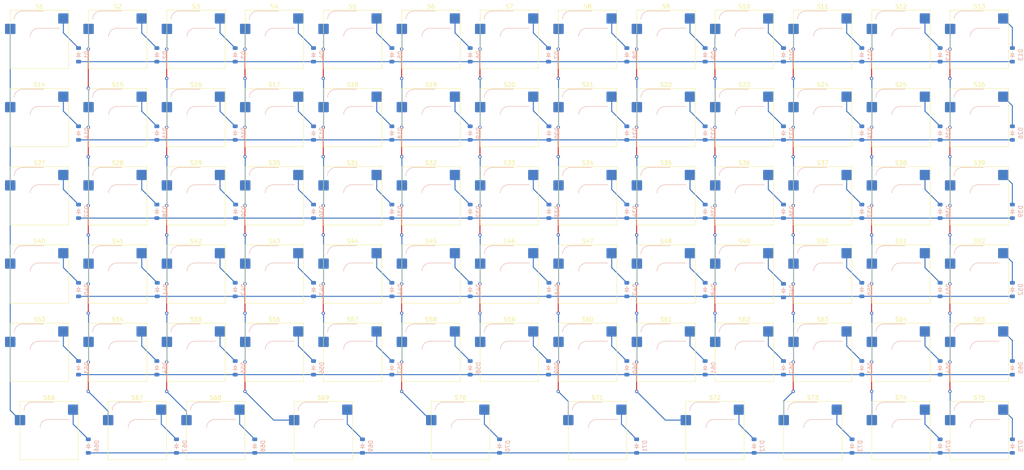
<source format=kicad_pcb>
(kicad_pcb (version 20221018) (generator pcbnew)
  (layers (0 "F.Cu" signal) (31 "B.Cu" signal) (34 "B.Paste" user) (35 "F.Paste" user) (36 "B.SilkS" user "B.Silkscreen") (37 "F.SilkS" user "F.Silkscreen") (38 "B.Mask" user) (39 "F.Mask" user) (44 "Edge.Cuts" user))
  (net 0 "")
  (net 1 "Net-(D1-K)")
  (net 2 "Net-(D1-A)")
  (net 3 "Net-(D2-A)")
  (net 4 "Net-(D3-A)")
  (net 5 "Net-(D4-A)")
  (net 6 "Net-(D5-A)")
  (net 7 "Net-(D6-A)")
  (net 8 "Net-(D7-A)")
  (net 9 "Net-(D8-A)")
  (net 10 "Net-(D9-A)")
  (net 11 "Net-(D10-A)")
  (net 12 "Net-(D11-A)")
  (net 13 "Net-(D12-A)")
  (net 14 "Net-(D13-A)")
  (net 15 "Net-(D14-A)")
  (net 16 "Net-(D15-A)")
  (net 17 "Net-(D16-A)")
  (net 18 "Net-(D17-A)")
  (net 19 "Net-(D18-A)")
  (net 20 "Net-(D19-A)")
  (net 21 "Net-(D20-A)")
  (net 22 "Net-(D21-A)")
  (net 23 "Net-(D14-K)")
  (net 24 "Net-(D23-A)")
  (net 25 "Net-(D24-A)")
  (net 26 "Net-(D25-A)")
  (net 27 "Net-(D26-A)")
  (net 28 "Net-(D27-A)")
  (net 29 "Net-(D28-A)")
  (net 30 "Net-(D29-A)")
  (net 31 "Net-(D30-A)")
  (net 32 "Net-(D31-A)")
  (net 33 "Net-(D32-A)")
  (net 34 "Net-(D33-A)")
  (net 35 "Net-(D22-A)")
  (net 36 "Net-(D34-A)")
  (net 37 "Net-(D35-A)")
  (net 38 "Net-(D36-A)")
  (net 39 "Net-(D37-A)")
  (net 40 "Net-(D38-A)")
  (net 41 "Net-(D39-A)")
  (net 42 "Net-(D40-A)")
  (net 43 "Net-(D41-A)")
  (net 44 "Net-(D42-A)")
  (net 45 "Net-(D43-A)")
  (net 46 "Net-(D44-A)")
  (net 47 "Net-(D27-K)")
  (net 48 "Net-(D45-A)")
  (net 49 "Net-(D46-A)")
  (net 50 "Net-(D47-A)")
  (net 51 "Net-(D48-A)")
  (net 52 "Net-(D49-A)")
  (net 53 "Net-(D50-A)")
  (net 54 "Net-(D51-A)")
  (net 55 "Net-(D52-A)")
  (net 56 "Net-(D53-A)")
  (net 57 "Net-(D54-A)")
  (net 58 "Net-(D55-A)")
  (net 59 "Net-(D40-K)")
  (net 60 "Net-(D56-A)")
  (net 61 "Net-(D57-A)")
  (net 62 "Net-(D58-A)")
  (net 63 "Net-(D59-A)")
  (net 64 "Net-(D60-A)")
  (net 65 "Net-(D61-A)")
  (net 66 "Net-(D62-A)")
  (net 67 "Net-(D63-A)")
  (net 68 "Net-(D64-A)")
  (net 69 "Net-(D65-A)")
  (net 70 "Net-(D66-A)")
  (net 71 "Net-(D53-K)")
  (net 72 "Net-(D67-A)")
  (net 73 "Net-(D68-A)")
  (net 74 "Net-(D69-A)")
  (net 75 "Net-(D70-A)")
  (net 76 "Net-(D71-A)")
  (net 77 "Net-(D72-A)")
  (net 78 "Net-(D73-A)")
  (net 79 "Net-(D74-A)")
  (net 80 "Net-(D75-A)")
  (net 81 "Net-(S1-Pad1)")
  (net 82 "Net-(D66-K)")
  (net 83 "Net-(S15-Pad1)")
  (net 84 "Net-(S16-Pad1)")
  (net 85 "Net-(S17-Pad1)")
  (net 86 "Net-(S18-Pad1)")
  (net 87 "Net-(S19-Pad1)")
  (net 88 "Net-(S20-Pad1)")
  (net 89 "Net-(S21-Pad1)")
  (net 90 "Net-(S22-Pad1)")
  (net 91 "Net-(S10-Pad1)")
  (net 92 "Net-(S11-Pad1)")
  (net 93 "Net-(S12-Pad1)")
  (net 94 "Net-(S13-Pad1)")
  (footprint "ScottoKeebs_Hotswap:Hotswap_MX_1.00u" (layer "F.Cu") (at 252.87625 43.5425)
    (fp_text reference "S12")
    (fp_text value "Keyswitch")
  )
  (footprint "ScottoKeebs_Hotswap:Hotswap_MX_1.00u" (layer "F.Cu") (at 157.62625 62.5925)
    (fp_text reference "S20")
    (fp_text value "Keyswitch")
  )
  (footprint "ScottoKeebs_Hotswap:Hotswap_MX_1.00u" (layer "F.Cu") (at 252.87625 119.7425)
    (fp_text reference "S64")
    (fp_text value "Keyswitch")
  )
  (footprint "ScottoKeebs_Hotswap:Hotswap_MX_1.00u" (layer "F.Cu") (at 271.92625 62.5925)
    (fp_text reference "S26")
    (fp_text value "Keyswitch")
  )
  (footprint "ScottoKeebs_Hotswap:Hotswap_MX_1.00u" (layer "F.Cu") (at 119.52625 62.5925)
    (fp_text reference "S18")
    (fp_text value "Keyswitch")
  )
  (footprint "ScottoKeebs_Hotswap:Hotswap_MX_1.00u" (layer "F.Cu") (at 100.47625 43.5425)
    (fp_text reference "S4")
    (fp_text value "Keyswitch")
  )
  (footprint "ScottoKeebs_Hotswap:Hotswap_MX_1.00u" (layer "F.Cu") (at 43.32625 100.6925)
    (fp_text reference "S40")
    (fp_text value "Keyswitch")
  )
  (footprint "ScottoKeebs_Hotswap:Hotswap_MX_1.00u" (layer "F.Cu") (at 81.42625 100.6925)
    (fp_text reference "S42")
    (fp_text value "Keyswitch")
  )
  (footprint "ScottoKeebs_Hotswap:Hotswap_MX_1.00u" (layer "F.Cu") (at 157.62625 119.7425)
    (fp_text reference "S59")
    (fp_text value "Keyswitch")
  )
  (footprint "ScottoKeebs_Hotswap:Hotswap_MX_1.00u" (layer "F.Cu") (at 81.42625 119.7425)
    (fp_text reference "S55")
    (fp_text value "Keyswitch")
  )
  (footprint "ScottoKeebs_Hotswap:Hotswap_MX_1.00u" (layer "F.Cu") (at 176.67625 43.5425)
    (fp_text reference "S8")
    (fp_text value "Keyswitch")
  )
  (footprint "ScottoKeebs_Hotswap:Hotswap_MX_1.00u" (layer "F.Cu") (at 176.67625 100.6925)
    (fp_text reference "S47")
    (fp_text value "Keyswitch")
  )
  (footprint "ScottoKeebs_Hotswap:Hotswap_MX_1.00u" (layer "F.Cu") (at 138.57625 43.5425)
    (fp_text reference "S6")
    (fp_text value "Keyswitch")
  )
  (footprint "ScottoKeebs_Hotswap:Hotswap_MX_1.00u" (layer "F.Cu") (at 119.52625 43.5425)
    (fp_text reference "S5")
    (fp_text value "Keyswitch")
  )
  (footprint "ScottoKeebs_Hotswap:Hotswap_MX_1.00u" (layer "F.Cu") (at 176.67625 119.7425)
    (fp_text reference "S60")
    (fp_text value "Keyswitch")
  )
  (footprint "ScottoKeebs_Hotswap:Hotswap_MX_1.00u" (layer "F.Cu") (at 119.52625 81.6425)
    (fp_text reference "S31")
    (fp_text value "Keyswitch")
  )
  (footprint "ScottoKeebs_Hotswap:Hotswap_MX_1.00u" (layer "F.Cu") (at 214.77625 100.6925)
    (fp_text reference "S49")
    (fp_text value "Keyswitch")
  )
  (footprint "ScottoKeebs_Hotswap:Hotswap_MX_1.00u" (layer "F.Cu") (at 100.47625 119.7425)
    (fp_text reference "S56")
    (fp_text value "Keyswitch")
  )
  (footprint "ScottoKeebs_Hotswap:Hotswap_MX_1.00u" (layer "F.Cu") (at 62.37625 119.7425)
    (fp_text reference "S54")
    (fp_text value "Keyswitch")
  )
  (footprint "ScottoKeebs_Hotswap:Hotswap_MX_1.00u" (layer "F.Cu") (at 271.92625 138.7925)
    (fp_text reference "S75")
    (fp_text value "Keyswitch")
  )
  (footprint "ScottoKeebs_Hotswap:Hotswap_MX_1.00u" (layer "F.Cu") (at 157.62625 100.6925)
    (fp_text reference "S46")
    (fp_text value "Keyswitch")
  )
  (footprint "ScottoKeebs_Hotswap:Hotswap_MX_1.00u" (layer "F.Cu") (at 233.82625 43.5425)
    (fp_text reference "S11")
    (fp_text value "Keyswitch")
  )
  (footprint "ScottoKeebs_Hotswap:Hotswap_MX_1.00u" (layer "F.Cu") (at 195.72625 62.5925)
    (fp_text reference "S22")
    (fp_text value "Keyswitch")
  )
  (footprint "ScottoKeebs_Hotswap:Hotswap_MX_1.75u" (layer "F.Cu") (at 112.3825 138.7925)
    (fp_text reference "S69")
    (fp_text value "Keyswitch")
  )
  (footprint "ScottoKeebs_Hotswap:Hotswap_MX_1.00u" (layer "F.Cu") (at 195.72625 43.5425)
    (fp_text reference "S9")
    (fp_text value "Keyswitch")
  )
  (footprint "ScottoKeebs_Hotswap:Hotswap_MX_1.00u" (layer "F.Cu") (at 271.92625 100.6925)
    (fp_text reference "S52")
    (fp_text value "Keyswitch")
  )
  (footprint "ScottoKeebs_Hotswap:Hotswap_MX_1.00u" (layer "F.Cu") (at 62.37625 62.5925)
    (fp_text reference "S15")
    (fp_text value "Keyswitch")
  )
  (footprint "ScottoKeebs_Hotswap:Hotswap_MX_1.00u" (layer "F.Cu") (at 86.18875 138.7925)
    (fp_text reference "S68")
    (fp_text value "Keyswitch")
  )
  (footprint "ScottoKeebs_Hotswap:Hotswap_MX_1.00u" (layer "F.Cu") (at 138.57625 81.6425)
    (fp_text reference "S32")
    (fp_text value "Keyswitch")
  )
  (footprint "ScottoKeebs_Hotswap:Hotswap_MX_1.00u" (layer "F.Cu") (at 252.87625 138.7925)
    (fp_text reference "S74")
    (fp_text value "Keyswitch")
  )
  (footprint "ScottoKeebs_Hotswap:Hotswap_MX_1.00u" (layer "F.Cu") (at 252.87625 100.6925)
    (fp_text reference "S51")
    (fp_text value "Keyswitch")
  )
  (footprint "ScottoKeebs_Hotswap:Hotswap_MX_1.75u" (layer "F.Cu") (at 145.72 138.7925)
    (fp_text reference "S70")
    (fp_text value "Keyswitch")
  )
  (footprint "ScottoKeebs_Hotswap:Hotswap_MX_1.00u" (layer "F.Cu") (at 195.72625 81.6425)
    (fp_text reference "S35")
    (fp_text value "Keyswitch")
  )
  (footprint "ScottoKeebs_Hotswap:Hotswap_MX_1.00u" (layer "F.Cu") (at 195.72625 119.7425)
    (fp_text reference "S61")
    (fp_text value "Keyswitch")
  )
  (footprint "ScottoKeebs_Hotswap:Hotswap_MX_1.00u" (layer "F.Cu") (at 67.13875 138.7925)
    (fp_text reference "S67")
    (fp_text value "Keyswitch")
  )
  (footprint "ScottoKeebs_Hotswap:Hotswap_MX_1.25u" (layer "F.Cu") (at 207.6325 138.7925)
    (fp_text reference "S72")
    (fp_text value "Keyswitch")
  )
  (footprint "ScottoKeebs_Hotswap:Hotswap_MX_1.00u" (layer "F.Cu") (at 157.62625 43.5425)
    (fp_text reference "S7")
    (fp_text value "Keyswitch")
  )
  (footprint "ScottoKeebs_Hotswap:Hotswap_MX_1.00u" (layer "F.Cu") (at 43.32625 43.5425)
    (fp_text reference "S1")
    (fp_text value "Keyswitch")
  )
  (footprint "ScottoKeebs_Hotswap:Hotswap_MX_1.00u" (layer "F.Cu") (at 119.52625 100.6925)
    (fp_text reference "S44")
    (fp_text value "Keyswitch")
  )
  (footprint "ScottoKeebs_Hotswap:Hotswap_MX_1.00u" (layer "F.Cu") (at 214.77625 119.7425)
    (fp_text reference "S62")
    (fp_text value "Keyswitch")
  )
  (footprint "ScottoKeebs_Hotswap:Hotswap_MX_1.00u" (layer "F.Cu") (at 81.42625 43.5425)
    (fp_text reference "S3")
    (fp_text value "Keyswitch")
  )
  (footprint "ScottoKeebs_Hotswap:Hotswap_MX_1.00u" (layer "F.Cu") (at 100.47625 81.6425)
    (fp_text reference "S30")
    (fp_text value "Keyswitch")
  )
  (footprint "ScottoKeebs_Hotswap:Hotswap_MX_1.00u" (layer "F.Cu") (at 43.32625 62.5925)
    (fp_text reference "S14")
    (fp_text value "Keyswitch")
  )
  (footprint "ScottoKeebs_Hotswap:Hotswap_MX_1.25u" (layer "F.Cu") (at 231.445 138.7925)
    (fp_text reference "S73")
    (fp_text value "Keyswitch")
  )
  (footprint "ScottoKeebs_Hotswap:Hotswap_MX_1.00u" (layer "F.Cu") (at 233.82625 100.6925)
    (fp_text reference "S50")
    (fp_text value "Keyswitch")
  )
  (footprint "ScottoKeebs_Hotswap:Hotswap_MX_1.00u" (layer "F.Cu") (at 157.62625 81.6425)
    (fp_text reference "S33")
    (fp_text value "Keyswitch")
  )
  (footprint "ScottoKeebs_Hotswap:Hotswap_MX_1.00u" (layer "F.Cu") (at 214.77625 62.5925)
    (fp_text reference "S23")
    (fp_text value "Keyswitch")
  )
  (footprint "ScottoKeebs_Hotswap:Hotswap_MX_1.00u" (layer "F.Cu") (at 176.67625 81.6425)
    (fp_text reference "S34")
    (fp_text value "Keyswitch")
  )
  (footprint "ScottoKeebs_Hotswap:Hotswap_MX_1.00u" (layer "F.Cu") (at 233.82625 81.6425)
    (fp_text reference "S37")
    (fp_text value "Keyswitch")
  )
  (footprint "ScottoKeebs_Hotswap:Hotswap_MX_1.00u" (layer "F.Cu") (at 100.47625 100.6925)
    (fp_text reference "S43")
    (fp_text value "Keyswitch")
  )
  (footprint "ScottoKeebs_Hotswap:Hotswap_MX_1.25u" (layer "F.Cu") (at 45.7075 138.7925)
    (fp_text reference "S66")
    (fp_text value "Keyswitch")
  )
  (footprint "ScottoKeebs_Hotswap:Hotswap_MX_1.00u" (layer "F.Cu") (at 176.67625 62.5925)
    (fp_text reference "S21")
    (fp_text value "Keyswitch")
  )
  (footprint "ScottoKeebs_Hotswap:Hotswap_MX_1.00u" (layer "F.Cu") (at 43.32625 81.6425)
    (fp_text reference "S27")
    (fp_text value "Keyswitch")
  )
  (footprint "ScottoKeebs_Hotswap:Hotswap_MX_1.00u" (layer "F.Cu") (at 252.87625 62.5925)
    (fp_text reference "S25")
    (fp_text value "Keyswitch")
  )
  (footprint "ScottoKeebs_Hotswap:Hotswap_MX_1.00u" (layer "F.Cu") (at 214.77625 43.5425)
    (fp_text reference "S10")
    (fp_text value "Keyswitch")
  )
  (footprint "ScottoKeebs_Hotswap:Hotswap_MX_1.00u" (layer "F.Cu") (at 100.47625 62.5925)
    (fp_text reference "S17")
    (fp_text value "Keyswitch")
  )
  (footprint "ScottoKeebs_Hotswap:Hotswap_MX_1.00u" (layer "F.Cu") (at 62.37625 100.6925)
    (fp_text reference "S41")
    (fp_text value "Keyswitch")
  )
  (footprint "ScottoKeebs_Hotswap:Hotswap_MX_1.00u" (layer "F.Cu") (at 271.92625 81.6425)
    (fp_text reference "S39")
    (fp_text value "Keyswitch")
  )
  (footprint "ScottoKeebs_Hotswap:Hotswap_MX_1.00u" (layer "F.Cu") (at 271.92625 119.7425)
    (fp_text reference "S65")
    (fp_text value "Keyswitch")
  )
  (footprint "ScottoKeebs_Hotswap:Hotswap_MX_1.00u" (layer "F.Cu") (at 62.37625 81.6425)
    (fp_text reference "S28")
    (fp_text value "Keyswitch")
  )
  (footprint "ScottoKeebs_Hotswap:Hotswap_MX_1.00u" (layer "F.Cu") (at 62.37625 43.5425)
    (fp_text reference "S2")
    (fp_text value "Keyswitch")
  )
  (footprint "ScottoKeebs_Hotswap:Hotswap_MX_1.00u" (layer "F.Cu") (at 81.42625 62.5925)
    (fp_text reference "S16")
    (fp_text value "Keyswitch")
  )
  (footprint "ScottoKeebs_Hotswap:Hotswap_MX_1.00u" (layer "F.Cu") (at 233.82625 62.5925)
    (fp_text reference "S24")
    (fp_text value "Keyswitch")
  )
  (footprint "ScottoKeebs_Hotswap:Hotswap_MX_1.00u" (layer "F.Cu") (at 214.77625 81.6425)
    (fp_text reference "S36")
    (fp_text value "Keyswitch")
  )
  (footprint "ScottoKeebs_Hotswap:Hotswap_MX_1.00u" (layer "F.Cu") (at 119.52625 119.7425)
    (fp_text reference "S57")
    (fp_text value "Keyswitch")
  )
  (footprint "ScottoKeebs_Hotswap:Hotswap_MX_1.00u" (layer "F.Cu") (at 138.57625 119.7425)
    (fp_text reference "S58")
    (fp_text value "Keyswitch")
  )
  (footprint "ScottoKeebs_Hotswap:Hotswap_MX_1.75u" (layer "F.Cu") (at 179.0575 138.7925)
    (fp_text reference "S71")
    (fp_text value "Keyswitch")
  )
  (footprint "ScottoKeebs_Hotswap:Hotswap_MX_1.00u" (layer "F.Cu") (at 252.87625 81.6425)
    (fp_text reference "S38")
    (fp_text value "Keyswitch")
  )
  (footprint "ScottoKeebs_Hotswap:Hotswap_MX_1.00u" (layer "F.Cu") (at 271.92625 43.5425)
    (fp_text reference "S13")
    (fp_text value "Keyswitch")
  )
  (footprint "ScottoKeebs_Hotswap:Hotswap_MX_1.00u" (layer "F.Cu") (at 195.72625 100.6925)
    (fp_text reference "S48")
    (fp_text value "Keyswitch")
  )
  (footprint "ScottoKeebs_Hotswap:Hotswap_MX_1.00u" (layer "F.Cu") (at 233.82625 119.7425)
    (fp_text reference "S63")
    (fp_text value "Keyswitch")
  )
  (footprint "ScottoKeebs_Hotswap:Hotswap_MX_1.00u" (layer "F.Cu") (at 81.42625 81.6425)
    (fp_text reference "S29")
    (fp_text value "Keyswitch")
  )
  (footprint "ScottoKeebs_Hotswap:Hotswap_MX_1.00u" (layer "F.Cu") (at 138.57625 100.6925)
    (fp_text reference "S45")
    (fp_text value "Keyswitch")
  )
  (footprint "ScottoKeebs_Hotswap:Hotswap_MX_1.00u" (layer "F.Cu") (at 43.32625 119.7425)
    (fp_text reference "S53")
    (fp_text value "Keyswitch")
  )
  (footprint "ScottoKeebs_Hotswap:Hotswap_MX_1.00u" (layer "F.Cu") (at 138.57625 62.5925)
    (fp_text reference "S19")
    (fp_text value "Keyswitch")
  )
  (footprint "ScottoKeebs_Components:Diode_SOD-123" (layer "B.Cu") (at 205.25125 85.42375 90)
    (fp_text reference "D35")
    (fp_text value "Diode")
  )
  (footprint "ScottoKeebs_Components:Diode_SOD-123" (layer "B.Cu") (at 217.1575 142.57375 90)
    (fp_text reference "D72")
    (fp_text value "Diode")
  )
  (footprint "ScottoKeebs_Components:Diode_SOD-123" (layer "B.Cu") (at 262.40125 47.32375 90)
    (fp_text reference "D12")
    (fp_text value "Diode")
  )
  (footprint "ScottoKeebs_Components:Diode_SOD-123" (layer "B.Cu") (at 110.00125 104.47375 90)
    (fp_text reference "D43")
    (fp_text value "Diode")
  )
  (footprint "ScottoKeebs_Components:Diode_SOD-123" (layer "B.Cu") (at 155.245 142.57375 90)
    (fp_text reference "D70")
    (fp_text value "Diode")
  )
  (footprint "ScottoKeebs_Components:Diode_SOD-123" (layer "B.Cu") (at 262.40125 66.37375 90)
    (fp_text reference "D25")
    (fp_text value "Diode")
  )
  (footprint "ScottoKeebs_Components:Diode_SOD-123" (layer "B.Cu") (at 148.10125 66.37375 90)
    (fp_text reference "D19")
    (fp_text value "Diode")
  )
  (footprint "ScottoKeebs_Components:Diode_SOD-123" (layer "B.Cu") (at 129.05125 104.47375 90)
    (fp_text reference "D44")
    (fp_text value "Diode")
  )
  (footprint "ScottoKeebs_Components:Diode_SOD-123" (layer "B.Cu") (at 148.10125 85.42375 90)
    (fp_text reference "D32")
    (fp_text value "Diode")
  )
  (footprint "ScottoKeebs_Components:Diode_SOD-123" (layer "B.Cu") (at 167.15125 123.52375 90)
    (fp_text reference "D59")
    (fp_text value "Diode")
  )
  (footprint "ScottoKeebs_Components:Diode_SOD-123" (layer "B.Cu") (at 262.40125 123.52375 90)
    (fp_text reference "D64")
    (fp_text value "Diode")
  )
  (footprint "ScottoKeebs_Components:Diode_SOD-123" (layer "B.Cu") (at 224.30125 123.52375 90)
    (fp_text reference "D62")
    (fp_text value "Diode")
  )
  (footprint "ScottoKeebs_Components:Diode_SOD-123" (layer "B.Cu") (at 205.25125 123.52375 90)
    (fp_text reference "D61")
    (fp_text value "Diode")
  )
  (footprint "ScottoKeebs_Components:Diode_SOD-123" (layer "B.Cu") (at 129.05125 85.42375 90)
    (fp_text reference "D31")
    (fp_text value "Diode")
  )
  (footprint "ScottoKeebs_Components:Diode_SOD-123" (layer "B.Cu") (at 52.85125 104.47375 90)
    (fp_text reference "D40")
    (fp_text value "Diode")
  )
  (footprint "ScottoKeebs_Components:Diode_SOD-123" (layer "B.Cu") (at 148.10125 47.32375 90)
    (fp_text reference "D6")
    (fp_text value "Diode")
  )
  (footprint "ScottoKeebs_Components:Diode_SOD-123" (layer "B.Cu") (at 71.90125 85.42375 90)
    (fp_text reference "D28")
    (fp_text value "Diode")
  )
  (footprint "ScottoKeebs_Components:Diode_SOD-123" (layer "B.Cu") (at 148.10125 104.47375 90)
    (fp_text reference "D45")
    (fp_text value "Diode")
  )
  (footprint "ScottoKeebs_Components:Diode_SOD-123" (layer "B.Cu") (at 243.35125 85.42375 90)
    (fp_text reference "D37")
    (fp_text value "Diode")
  )
  (footprint "ScottoKeebs_Components:Diode_SOD-123" (layer "B.Cu") (at 186.20125 85.42375 90)
    (fp_text reference "D34")
    (fp_text value "Diode")
  )
  (footprint "ScottoKeebs_Components:Diode_SOD-123" (layer "B.Cu") (at 186.20125 104.47375 90)
    (fp_text reference "D47")
    (fp_text value "Diode")
  )
  (footprint "ScottoKeebs_Components:Diode_SOD-123" (layer "B.Cu") (at 243.35125 47.32375 90)
    (fp_text reference "D11")
    (fp_text value "Diode")
  )
  (footprint "ScottoKeebs_Components:Diode_SOD-123" (layer "B.Cu") (at 71.90125 123.52375 90)
    (fp_text reference "D54")
    (fp_text value "Diode")
  )
  (footprint "ScottoKeebs_Components:Diode_SOD-123" (layer "B.Cu") (at 279.97 85.42375 90)
    (fp_text reference "D39")
    (fp_text value "Diode")
  )
  (footprint "ScottoKeebs_Components:Diode_SOD-123" (layer "B.Cu") (at 76.66375 142.57375 90)
    (fp_text reference "D67")
    (fp_text value "Diode")
  )
  (footprint "ScottoKeebs_Components:Diode_SOD-123" (layer "B.Cu") (at 279.97 104.47375 90)
    (fp_text reference "D52")
    (fp_text value "Diode")
  )
  (footprint "ScottoKeebs_Components:Diode_SOD-123" (layer "B.Cu") (at 129.05125 66.37375 90)
    (fp_text reference "D18")
    (fp_text value "Diode")
  )
  (footprint "ScottoKeebs_Components:Diode_SOD-123" (layer "B.Cu") (at 148.10125 123.52375 90)
    (fp_text reference "D58")
    (fp_text value "Diode")
  )
  (footprint "ScottoKeebs_Components:Diode_SOD-123" (layer "B.Cu") (at 52.85125 47.32375 90)
    (fp_text reference "D1")
    (fp_text value "Diode")
  )
  (footprint "ScottoKeebs_Components:Diode_SOD-123" (layer "B.Cu") (at 186.20125 123.52375 90)
    (fp_text reference "D60")
    (fp_text value "Diode")
  )
  (footprint "ScottoKeebs_Components:Diode_SOD-123" (layer "B.Cu") (at 90.95125 47.32375 90)
    (fp_text reference "D3")
    (fp_text value "Diode")
  )
  (footprint "ScottoKeebs_Components:Diode_SOD-123" (layer "B.Cu") (at 90.95125 66.37375 90)
    (fp_text reference "D16")
    (fp_text value "Diode")
  )
  (footprint "ScottoKeebs_Components:Diode_SOD-123" (layer "B.Cu") (at 167.25125 66.37375 90)
    (fp_text reference "D20")
    (fp_text value "Diode")
  )
  (footprint "ScottoKeebs_Components:Diode_SOD-123" (layer "B.Cu") (at 91.05125 85.42375 90)
    (fp_text reference "D29")
    (fp_text value "Diode")
  )
  (footprint "ScottoKeebs_Components:Diode_SOD-123" (layer "B.Cu") (at 52.85125 123.52375 90)
    (fp_text reference "D53")
    (fp_text value "Diode")
  )
  (footprint "ScottoKeebs_Components:Diode_SOD-123" (layer "B.Cu") (at 243.35125 104.47375 90)
    (fp_text reference "D50")
    (fp_text value "Diode")
  )
  (footprint "ScottoKeebs_Components:Diode_SOD-123" (layer "B.Cu") (at 279.97 123.52375 90)
    (fp_text reference "D65")
    (fp_text value "Diode")
  )
  (footprint "ScottoKeebs_Components:Diode_SOD-123" (layer "B.Cu") (at 72.00125 104.47375 90)
    (fp_text reference "D41")
    (fp_text value "Diode")
  )
  (footprint "ScottoKeebs_Components:Diode_SOD-123" (layer "B.Cu") (at 205.25125 47.32375 90)
    (fp_text reference "D9")
    (fp_text value "Diode")
  )
  (footprint "ScottoKeebs_Components:Diode_SOD-123" (layer "B.Cu") (at 224.30125 66.37375 90)
    (fp_text reference "D23")
    (fp_text value "Diode")
  )
  (footprint "ScottoKeebs_Components:Diode_SOD-123" (layer "B.Cu") (at 129.05125 47.32375 90)
    (fp_text reference "D5")
    (fp_text value "Diode")
  )
  (footprint "ScottoKeebs_Components:Diode_SOD-123" (layer "B.Cu") (at 186.20125 47.32375 90)
    (fp_text reference "D8")
    (fp_text value "Diode")
  )
  (footprint "ScottoKeebs_Components:Diode_SOD-123" (layer "B.Cu") (at 279.97 66.37375 90)
    (fp_text reference "D26")
    (fp_text value "Diode")
  )
  (footprint "ScottoKeebs_Components:Diode_SOD-123" (layer "B.Cu") (at 90.95125 123.52375 90)
    (fp_text reference "D55")
    (fp_text value "Diode")
  )
  (footprint "ScottoKeebs_Components:Diode_SOD-123" (layer "B.Cu") (at 224.30125 85.42375 90)
    (fp_text reference "D36")
    (fp_text value "Diode")
  )
  (footprint "ScottoKeebs_Components:Diode_SOD-123" (layer "B.Cu") (at 129.05125 123.52375 90)
    (fp_text reference "D57")
    (fp_text value "Diode")
  )
  (footprint "ScottoKeebs_Components:Diode_SOD-123" (layer "B.Cu") (at 205.25125 104.47375 90)
    (fp_text reference "D48")
    (fp_text value "Diode")
  )
  (footprint "ScottoKeebs_Components:Diode_SOD-123" (layer "B.Cu") (at 240.97 142.57375 90)
    (fp_text reference "D73")
    (fp_text value "Diode")
  )
  (footprint "ScottoKeebs_Components:Diode_SOD-123" (layer "B.Cu") (at 71.90125 47.32375 90)
    (fp_text reference "D2")
    (fp_text value "Diode")
  )
  (footprint "ScottoKeebs_Components:Diode_SOD-123" (layer "B.Cu") (at 52.85125 66.37375 90)
    (fp_text reference "D14")
    (fp_text value "Diode")
  )
  (footprint "ScottoKeebs_Components:Diode_SOD-123" (layer "B.Cu") (at 188.5825 142.57375 90)
    (fp_text reference "D71")
    (fp_text value "Diode")
  )
  (footprint "ScottoKeebs_Components:Diode_SOD-123" (layer "B.Cu") (at 279.97 142.57375 90)
    (fp_text reference "D75")
    (fp_text value "Diode")
  )
  (footprint "ScottoKeebs_Components:Diode_SOD-123" (layer "B.Cu") (at 224.30125 47.32375 90)
    (fp_text reference "D10")
    (fp_text value "Diode")
  )
  (footprint "ScottoKeebs_Components:Diode_SOD-123" (layer "B.Cu") (at 110.00125 66.37375 90)
    (fp_text reference "D17")
    (fp_text value "Diode")
  )
  (footprint "ScottoKeebs_Components:Diode_SOD-123" (layer "B.Cu") (at 167.15125 47.32375 90)
    (fp_text reference "D7")
    (fp_text value "Diode")
  )
  (footprint "ScottoKeebs_Components:Diode_SOD-123" (layer "B.Cu") (at 224.30125 104.72375 90)
    (fp_text reference "D49")
    (fp_text value "Diode")
  )
  (footprint "ScottoKeebs_Components:Diode_SOD-123" (layer "B.Cu") (at 262.40125 104.47375 90)
    (fp_text reference "D51")
    (fp_text value "Diode")
  )
  (footprint "ScottoKeebs_Components:Diode_SOD-123" (layer "B.Cu") (at 95.71375 142.57375 90)
    (fp_text reference "D68")
    (fp_text value "Diode")
  )
  (footprint "ScottoKeebs_Components:Diode_SOD-123" (layer "B.Cu") (at 262.40125 142.57375 90)
    (fp_text reference "D74")
    (fp_text value "Diode")
  )
  (footprint "ScottoKeebs_Components:Diode_SOD-123" (layer "B.Cu") (at 243.35125 66.37375 90)
    (fp_text reference "D24")
    (fp_text value "Diode")
  )
  (footprint "ScottoKeebs_Components:Diode_SOD-123" (layer "B.Cu") (at 52.85125 85.42375 90)
    (fp_text reference "D27")
    (fp_text value "Diode")
  )
  (footprint "ScottoKeebs_Components:Diode_SOD-123" (layer "B.Cu") (at 205.25125 66.37375 90)
    (fp_text reference "D22")
    (fp_text value "Diode")
  )
  (footprint "ScottoKeebs_Components:Diode_SOD-123" (layer "B.Cu") (at 110.00125 85.42375 90)
    (fp_text reference "D30")
    (fp_text value "Diode")
  )
  (footprint "ScottoKeebs_Components:Diode_SOD-123" (layer "B.Cu") (at 55.2325 142.57375 90)
    (fp_text reference "D66")
    (fp_text value "Diode")
  )
  (footprint "ScottoKeebs_Components:Diode_SOD-123" (layer "B.Cu") (at 110.00125 123.52375 90)
    (fp_text reference "D56")
    (fp_text value "Diode")
  )
  (footprint "ScottoKeebs_Components:Diode_SOD-123" (layer "B.Cu") (at 71.90125 66.37375 90)
    (fp_text reference "D15")
    (fp_text value "Diode")
  )
  (footprint "ScottoKeebs_Components:Diode_SOD-123" (layer "B.Cu") (at 110.00125 47.32375 90)
    (fp_text reference "D4")
    (fp_text value "Diode")
  )
  (footprint "ScottoKeebs_Components:Diode_SOD-123" (layer "B.Cu") (at 243.35125 123.52375 90)
    (fp_text reference "D63")
    (fp_text value "Diode")
  )
  (footprint "ScottoKeebs_Components:Diode_SOD-123" (layer "B.Cu") (at 186.20125 66.37375 90)
    (fp_text reference "D21")
    (fp_text value "Diode")
  )
  (footprint "ScottoKeebs_Components:Diode_SOD-123" (layer "B.Cu") (at 262.40125 85.42375 90)
    (fp_text reference "D38")
    (fp_text value "Diode")
  )
  (footprint "ScottoKeebs_Components:Diode_SOD-123" (layer "B.Cu") (at 121.9075 142.57375 90)
    (fp_text reference "D69")
    (fp_text value "Diode")
  )
  (footprint "ScottoKeebs_Components:Diode_SOD-123" (layer "B.Cu") (at 167.25125 85.42375 90)
    (fp_text reference "D33")
    (fp_text value "Diode")
  )
  (footprint "ScottoKeebs_Components:Diode_SOD-123" (layer "B.Cu") (at 90.95125 104.47375 90)
    (fp_text reference "D42")
    (fp_text value "Diode")
  )
  (footprint "ScottoKeebs_Components:Diode_SOD-123" (layer "B.Cu") (at 279.97 47.32375 90)
    (fp_text reference "D13")
    (fp_text value "Diode")
  )
  (footprint "ScottoKeebs_Components:Diode_SOD-123" (layer "B.Cu") (at 167.25125 104.47375 90)
    (fp_text reference "D46")
    (fp_text value "Diode")
  )
  (segment (start 52.85125 48.97375) (end 279.97 48.97375) (width 0.25) (layer "B.Cu") (net 1))
  (segment (start 49.16825 38.4625) (end 49.16825 41.99075) (width 0.25) (layer "B.Cu") (net 2))
  (segment (start 49.16825 41.99075) (end 52.85125 45.67375) (width 0.25) (layer "B.Cu") (net 2))
  (segment (start 68.21825 38.4625) (end 68.21825 41.99075) (width 0.25) (layer "B.Cu") (net 3))
  (segment (start 68.21825 41.99075) (end 71.90125 45.67375) (width 0.25) (layer "B.Cu") (net 3))
  (segment (start 87.26825 41.99075) (end 90.95125 45.67375) (width 0.25) (layer "B.Cu") (net 4))
  (segment (start 87.26825 38.4625) (end 87.26825 41.99075) (width 0.25) (layer "B.Cu") (net 4))
  (segment (start 106.31825 41.99075) (end 110.00125 45.67375) (width 0.25) (layer "B.Cu") (net 5))
  (segment (start 106.31825 38.4625) (end 106.31825 41.99075) (width 0.25) (layer "B.Cu") (net 5))
  (segment (start 125.36825 41.99075) (end 129.05125 45.67375) (width 0.25) (layer "B.Cu") (net 6))
  (segment (start 125.36825 38.4625) (end 125.36825 41.99075) (width 0.25) (layer "B.Cu") (net 6))
  (segment (start 144.41825 41.99075) (end 148.10125 45.67375) (width 0.25) (layer "B.Cu") (net 7))
  (segment (start 144.41825 38.4625) (end 144.41825 41.99075) (width 0.25) (layer "B.Cu") (net 7))
  (segment (start 163.46825 38.4625) (end 163.46825 41.99075) (width 0.25) (layer "B.Cu") (net 8))
  (segment (start 163.46825 41.99075) (end 167.15125 45.67375) (width 0.25) (layer "B.Cu") (net 8))
  (segment (start 182.51825 38.4625) (end 182.51825 41.99075) (width 0.25) (layer "B.Cu") (net 9))
  (segment (start 182.51825 41.99075) (end 186.20125 45.67375) (width 0.25) (layer "B.Cu") (net 9))
  (segment (start 201.56825 38.4625) (end 201.56825 41.99075) (width 0.25) (layer "B.Cu") (net 10))
  (segment (start 201.56825 41.99075) (end 205.25125 45.67375) (width 0.25) (layer "B.Cu") (net 10))
  (segment (start 220.61825 38.4625) (end 220.61825 41.99075) (width 0.25) (layer "B.Cu") (net 11))
  (segment (start 220.61825 41.99075) (end 224.30125 45.67375) (width 0.25) (layer "B.Cu") (net 11))
  (segment (start 239.66825 38.4625) (end 239.66825 41.99075) (width 0.25) (layer "B.Cu") (net 12))
  (segment (start 239.66825 41.99075) (end 243.35125 45.67375) (width 0.25) (layer "B.Cu") (net 12))
  (segment (start 258.71825 38.4625) (end 258.71825 41.99075) (width 0.25) (layer "B.Cu") (net 13))
  (segment (start 258.71825 41.99075) (end 262.40125 45.67375) (width 0.25) (layer "B.Cu") (net 13))
  (segment (start 277.76825 38.4625) (end 279.97 40.66425) (width 0.25) (layer "B.Cu") (net 14))
  (segment (start 279.97 40.66425) (end 279.97 45.67375) (width 0.25) (layer "B.Cu") (net 14))
  (segment (start 49.16825 57.5125) (end 49.16825 61.04075) (width 0.25) (layer "B.Cu") (net 15))
  (segment (start 49.16825 61.04075) (end 52.85125 64.72375) (width 0.25) (layer "B.Cu") (net 15))
  (segment (start 68.21825 57.5125) (end 68.21825 61.04075) (width 0.25) (layer "B.Cu") (net 16))
  (segment (start 68.21825 61.04075) (end 71.90125 64.72375) (width 0.25) (layer "B.Cu") (net 16))
  (segment (start 87.26825 61.04075) (end 90.95125 64.72375) (width 0.25) (layer "B.Cu") (net 17))
  (segment (start 87.26825 57.5125) (end 87.26825 61.04075) (width 0.25) (layer "B.Cu") (net 17))
  (segment (start 106.31825 57.5125) (end 106.31825 61.04075) (width 0.25) (layer "B.Cu") (net 18))
  (segment (start 106.31825 61.04075) (end 110.00125 64.72375) (width 0.25) (layer "B.Cu") (net 18))
  (segment (start 125.36825 61.04075) (end 129.05125 64.72375) (width 0.25) (layer "B.Cu") (net 19))
  (segment (start 125.36825 57.5125) (end 125.36825 61.04075) (width 0.25) (layer "B.Cu") (net 19))
  (segment (start 144.41825 57.5125) (end 144.41825 61.04075) (width 0.25) (layer "B.Cu") (net 20))
  (segment (start 144.41825 61.04075) (end 148.10125 64.72375) (width 0.25) (layer "B.Cu") (net 20))
  (segment (start 163.46825 60.94075) (end 167.25125 64.72375) (width 0.25) (layer "B.Cu") (net 21))
  (segment (start 163.46825 57.5125) (end 163.46825 60.94075) (width 0.25) (layer "B.Cu") (net 21))
  (segment (start 182.51825 61.04075) (end 186.20125 64.72375) (width 0.25) (layer "B.Cu") (net 22))
  (segment (start 182.51825 57.5125) (end 182.51825 61.04075) (width 0.25) (layer "B.Cu") (net 22))
  (segment (start 52.85125 68.02375) (end 279.97 68.02375) (width 0.25) (layer "B.Cu") (net 23))
  (segment (start 220.61825 57.5125) (end 220.61825 61.04075) (width 0.25) (layer "B.Cu") (net 24))
  (segment (start 220.61825 61.04075) (end 224.30125 64.72375) (width 0.25) (layer "B.Cu") (net 24))
  (segment (start 239.66825 61.04075) (end 243.35125 64.72375) (width 0.25) (layer "B.Cu") (net 25))
  (segment (start 239.66825 57.5125) (end 239.66825 61.04075) (width 0.25) (layer "B.Cu") (net 25))
  (segment (start 258.71825 61.04075) (end 262.40125 64.72375) (width 0.25) (layer "B.Cu") (net 26))
  (segment (start 258.71825 57.5125) (end 258.71825 61.04075) (width 0.25) (layer "B.Cu") (net 26))
  (segment (start 279.97 59.71425) (end 279.97 64.72375) (width 0.25) (layer "B.Cu") (net 27))
  (segment (start 277.76825 57.5125) (end 279.97 59.71425) (width 0.25) (layer "B.Cu") (net 27))
  (segment (start 49.16825 76.5625) (end 49.16825 80.09075) (width 0.25) (layer "B.Cu") (net 28))
  (segment (start 49.16825 80.09075) (end 52.85125 83.77375) (width 0.25) (layer "B.Cu") (net 28))
  (segment (start 68.21825 80.09075) (end 71.90125 83.77375) (width 0.25) (layer "B.Cu") (net 29))
  (segment (start 68.21825 76.5625) (end 68.21825 80.09075) (width 0.25) (layer "B.Cu") (net 29))
  (segment (start 87.26825 76.5625) (end 87.26825 79.99075) (width 0.25) (layer "B.Cu") (net 30))
  (segment (start 87.26825 79.99075) (end 91.05125 83.77375) (width 0.25) (layer "B.Cu") (net 30))
  (segment (start 106.31825 76.5625) (end 106.31825 80.09075) (width 0.25) (layer "B.Cu") (net 31))
  (segment (start 106.31825 80.09075) (end 110.00125 83.77375) (width 0.25) (layer "B.Cu") (net 31))
  (segment (start 125.36825 80.09075) (end 129.05125 83.77375) (width 0.25) (layer "B.Cu") (net 32))
  (segment (start 125.36825 76.5625) (end 125.36825 80.09075) (width 0.25) (layer "B.Cu") (net 32))
  (segment (start 144.41825 80.09075) (end 148.10125 83.77375) (width 0.25) (layer "B.Cu") (net 33))
  (segment (start 144.41825 76.5625) (end 144.41825 80.09075) (width 0.25) (layer "B.Cu") (net 33))
  (segment (start 163.46825 79.99075) (end 167.25125 83.77375) (width 0.25) (layer "B.Cu") (net 34))
  (segment (start 163.46825 76.5625) (end 163.46825 79.99075) (width 0.25) (layer "B.Cu") (net 34))
  (segment (start 201.56825 61.04075) (end 205.25125 64.72375) (width 0.25) (layer "B.Cu") (net 35))
  (segment (start 201.56825 57.5125) (end 201.56825 61.04075) (width 0.25) (layer "B.Cu") (net 35))
  (segment (start 182.51825 80.09075) (end 186.20125 83.77375) (width 0.25) (layer "B.Cu") (net 36))
  (segment (start 182.51825 76.5625) (end 182.51825 80.09075) (width 0.25) (layer "B.Cu") (net 36))
  (segment (start 201.56825 76.5625) (end 201.56825 80.09075) (width 0.25) (layer "B.Cu") (net 37))
  (segment (start 201.56825 80.09075) (end 205.25125 83.77375) (width 0.25) (layer "B.Cu") (net 37))
  (segment (start 220.61825 80.09075) (end 224.30125 83.77375) (width 0.25) (layer "B.Cu") (net 38))
  (segment (start 220.61825 76.5625) (end 220.61825 80.09075) (width 0.25) (layer "B.Cu") (net 38))
  (segment (start 239.66825 80.09075) (end 243.35125 83.77375) (width 0.25) (layer "B.Cu") (net 39))
  (segment (start 239.66825 76.5625) (end 239.66825 80.09075) (width 0.25) (layer "B.Cu") (net 39))
  (segment (start 258.71825 80.09075) (end 262.40125 83.77375) (width 0.25) (layer "B.Cu") (net 40))
  (segment (start 258.71825 76.5625) (end 258.71825 80.09075) (width 0.25) (layer "B.Cu") (net 40))
  (segment (start 279.97 78.76425) (end 279.97 83.77375) (width 0.25) (layer "B.Cu") (net 41))
  (segment (start 277.76825 76.5625) (end 279.97 78.76425) (width 0.25) (layer "B.Cu") (net 41))
  (segment (start 49.16825 95.6125) (end 49.16825 99.14075) (width 0.25) (layer "B.Cu") (net 42))
  (segment (start 49.16825 99.14075) (end 52.85125 102.82375) (width 0.25) (layer "B.Cu") (net 42))
  (segment (start 68.21825 99.04075) (end 72.00125 102.82375) (width 0.25) (layer "B.Cu") (net 43))
  (segment (start 68.21825 95.6125) (end 68.21825 99.04075) (width 0.25) (layer "B.Cu") (net 43))
  (segment (start 87.26825 99.14075) (end 90.95125 102.82375) (width 0.25) (layer "B.Cu") (net 44))
  (segment (start 87.26825 95.6125) (end 87.26825 99.14075) (width 0.25) (layer "B.Cu") (net 44))
  (segment (start 106.31825 95.6125) (end 106.31825 99.14075) (width 0.25) (layer "B.Cu") (net 45))
  (segment (start 106.31825 99.14075) (end 110.00125 102.82375) (width 0.25) (layer "B.Cu") (net 45))
  (segment (start 125.36825 99.14075) (end 129.05125 102.82375) (width 0.25) (layer "B.Cu") (net 46))
  (segment (start 125.36825 95.6125) (end 125.36825 99.14075) (width 0.25) (layer "B.Cu") (net 46))
  (segment (start 52.85125 87.07375) (end 279.97 87.07375) (width 0.25) (layer "B.Cu") (net 47))
  (segment (start 144.41825 95.6125) (end 144.41825 99.14075) (width 0.25) (layer "B.Cu") (net 48))
  (segment (start 144.41825 99.14075) (end 148.10125 102.82375) (width 0.25) (layer "B.Cu") (net 48))
  (segment (start 163.46825 99.04075) (end 167.25125 102.82375) (width 0.25) (layer "B.Cu") (net 49))
  (segment (start 163.46825 95.6125) (end 163.46825 99.04075) (width 0.25) (layer "B.Cu") (net 49))
  (segment (start 182.51825 95.6125) (end 182.51825 99.14075) (width 0.25) (layer "B.Cu") (net 50))
  (segment (start 182.51825 99.14075) (end 186.20125 102.82375) (width 0.25) (layer "B.Cu") (net 50))
  (segment (start 201.56825 99.14075) (end 205.25125 102.82375) (width 0.25) (layer "B.Cu") (net 51))
  (segment (start 201.56825 95.6125) (end 201.56825 99.14075) (width 0.25) (layer "B.Cu") (net 51))
  (segment (start 220.61825 99.39075) (end 224.30125 103.07375) (width 0.25) (layer "B.Cu") (net 52))
  (segment (start 220.61825 95.6125) (end 220.61825 99.39075) (width 0.25) (layer "B.Cu") (net 52))
  (segment (start 239.66825 95.6125) (end 239.66825 99.14075) (width 0.25) (layer "B.Cu") (net 53))
  (segment (start 239.66825 99.14075) (end 243.35125 102.82375) (width 0.25) (layer "B.Cu") (net 53))
  (segment (start 258.71825 95.6125) (end 258.71825 99.14075) (width 0.25) (layer "B.Cu") (net 54))
  (segment (start 258.71825 99.14075) (end 262.40125 102.82375) (width 0.25) (layer "B.Cu") (net 54))
  (segment (start 279.97 97.81425) (end 279.97 102.82375) (width 0.25) (layer "B.Cu") (net 55))
  (segment (start 277.76825 95.6125) (end 279.97 97.81425) (width 0.25) (layer "B.Cu") (net 55))
  (segment (start 49.16825 114.6625) (end 49.16825 118.19075) (width 0.25) (layer "B.Cu") (net 56))
  (segment (start 49.16825 118.19075) (end 52.85125 121.87375) (width 0.25) (layer "B.Cu") (net 56))
  (segment (start 68.21825 114.6625) (end 68.21825 118.19075) (width 0.25) (layer "B.Cu") (net 57))
  (segment (start 68.21825 118.19075) (end 71.90125 121.87375) (width 0.25) (layer "B.Cu") (net 57))
  (segment (start 87.26825 118.19075) (end 90.95125 121.87375) (width 0.25) (layer "B.Cu") (net 58))
  (segment (start 87.26825 114.6625) (end 87.26825 118.19075) (width 0.25) (layer "B.Cu") (net 58))
  (segment (start 52.85125 106.12375) (end 279.97 106.12375) (width 0.25) (layer "B.Cu") (net 59))
  (segment (start 106.31825 118.19075) (end 110.00125 121.87375) (width 0.25) (layer "B.Cu") (net 60))
  (segment (start 106.31825 114.6625) (end 106.31825 118.19075) (width 0.25) (layer "B.Cu") (net 60))
  (segment (start 125.36825 118.19075) (end 129.05125 121.87375) (width 0.25) (layer "B.Cu") (net 61))
  (segment (start 125.36825 114.6625) (end 125.36825 118.19075) (width 0.25) (layer "B.Cu") (net 61))
  (segment (start 144.41825 118.19075) (end 148.10125 121.87375) (width 0.25) (layer "B.Cu") (net 62))
  (segment (start 144.41825 114.6625) (end 144.41825 118.19075) (width 0.25) (layer "B.Cu") (net 62))
  (segment (start 163.46825 118.19075) (end 167.15125 121.87375) (width 0.25) (layer "B.Cu") (net 63))
  (segment (start 163.46825 114.6625) (end 163.46825 118.19075) (width 0.25) (layer "B.Cu") (net 63))
  (segment (start 182.51825 118.19075) (end 186.20125 121.87375) (width 0.25) (layer "B.Cu") (net 64))
  (segment (start 182.51825 114.6625) (end 182.51825 118.19075) (width 0.25) (layer "B.Cu") (net 64))
  (segment (start 201.56825 114.6625) (end 201.56825 118.19075) (width 0.25) (layer "B.Cu") (net 65))
  (segment (start 201.56825 118.19075) (end 205.25125 121.87375) (width 0.25) (layer "B.Cu") (net 65))
  (segment (start 220.61825 114.6625) (end 220.61825 118.19075) (width 0.25) (layer "B.Cu") (net 66))
  (segment (start 220.61825 118.19075) (end 224.30125 121.87375) (width 0.25) (layer "B.Cu") (net 66))
  (segment (start 239.66825 114.6625) (end 239.66825 118.19075) (width 0.25) (layer "B.Cu") (net 67))
  (segment (start 239.66825 118.19075) (end 243.35125 121.87375) (width 0.25) (layer "B.Cu") (net 67))
  (segment (start 258.71825 114.6625) (end 258.71825 118.19075) (width 0.25) (layer "B.Cu") (net 68))
  (segment (start 258.71825 118.19075) (end 262.40125 121.87375) (width 0.25) (layer "B.Cu") (net 68))
  (segment (start 277.76825 114.6625) (end 279.97 116.86425) (width 0.25) (layer "B.Cu") (net 69))
  (segment (start 279.97 116.86425) (end 279.97 121.87375) (width 0.25) (layer "B.Cu") (net 69))
  (segment (start 51.5495 137.24075) (end 55.2325 140.92375) (width 0.25) (layer "B.Cu") (net 70))
  (segment (start 51.5495 133.7125) (end 51.5495 137.24075) (width 0.25) (layer "B.Cu") (net 70))
  (segment (start 52.85125 125.17375) (end 279.97 125.17375) (width 0.25) (layer "B.Cu") (net 71))
  (segment (start 72.98075 137.24075) (end 76.66375 140.92375) (width 0.25) (layer "B.Cu") (net 72))
  (segment (start 72.98075 133.7125) (end 72.98075 137.24075) (width 0.25) (layer "B.Cu") (net 72))
  (segment (start 92.03075 133.7125) (end 92.03075 137.24075) (width 0.25) (layer "B.Cu") (net 73))
  (segment (start 92.03075 137.24075) (end 95.71375 140.92375) (width 0.25) (layer "B.Cu") (net 73))
  (segment (start 118.2245 137.24075) (end 121.9075 140.92375) (width 0.25) (layer "B.Cu") (net 74))
  (segment (start 118.2245 133.7125) (end 118.2245 137.24075) (width 0.25) (layer "B.Cu") (net 74))
  (segment (start 151.562 137.24075) (end 155.245 140.92375) (width 0.25) (layer "B.Cu") (net 75))
  (segment (start 151.562 133.7125) (end 151.562 137.24075) (width 0.25) (layer "B.Cu") (net 75))
  (segment (start 184.8995 133.7125) (end 184.8995 137.24075) (width 0.25) (layer "B.Cu") (net 76))
  (segment (start 184.8995 137.24075) (end 188.5825 140.92375) (width 0.25) (layer "B.Cu") (net 76))
  (segment (start 213.4745 137.24075) (end 217.1575 140.92375) (width 0.25) (layer "B.Cu") (net 77))
  (segment (start 213.4745 133.7125) (end 213.4745 137.24075) (width 0.25) (layer "B.Cu") (net 77))
  (segment (start 237.287 137.24075) (end 240.97 140.92375) (width 0.25) (layer "B.Cu") (net 78))
  (segment (start 237.287 133.7125) (end 237.287 137.24075) (width 0.25) (layer "B.Cu") (net 78))
  (segment (start 258.71825 133.7125) (end 258.71825 137.24075) (width 0.25) (layer "B.Cu") (net 79))
  (segment (start 258.71825 137.24075) (end 262.40125 140.92375) (width 0.25) (layer "B.Cu") (net 79))
  (segment (start 277.76825 133.7125) (end 279.97 135.91425) (width 0.25) (layer "B.Cu") (net 80))
  (segment (start 279.97 135.91425) (end 279.97 140.92375) (width 0.25) (layer "B.Cu") (net 80))
  (segment (start 36.24125 41.0025) (end 36.24125 133.87125) (width 0.25) (layer "B.Cu") (net 81))
  (segment (start 36.24125 133.87125) (end 38.6225 136.2525) (width 0.25) (layer "B.Cu") (net 81))
  (segment (start 55.2325 144.22375) (end 279.97 144.22375) (width 0.25) (layer "B.Cu") (net 82))
  (segment (start 55.2325 45.92375) (end 55.2325 55.44875) (width 0.25) (layer "F.Cu") (net 83))
  (segment (start 55.2325 84.02375) (end 55.2325 91.1675) (width 0.25) (layer "F.Cu") (net 83))
  (segment (start 55.2325 64.97375) (end 55.2325 72.1175) (width 0.25) (layer "F.Cu") (net 83))
  (segment (start 55.2325 103.07375) (end 55.2325 110.2175) (width 0.25) (layer "F.Cu") (net 83))
  (segment (start 55.2325 122.12375) (end 55.2325 129.2675) (width 0.25) (layer "F.Cu") (net 83))
  (via (at 55.2325 129.2675) (size 0.8) (drill 0.4) (layers "F.Cu" "B.Cu") (net 83))
  (via (at 55.2325 45.92375) (size 0.8) (drill 0.4) (layers "F.Cu" "B.Cu") (net 83))
  (via (at 55.2325 55.44875) (size 0.8) (drill 0.4) (layers "F.Cu" "B.Cu") (net 83))
  (via (at 55.2325 103.07375) (size 0.8) (drill 0.4) (layers "F.Cu" "B.Cu") (net 83))
  (via (at 55.2325 91.1675) (size 0.8) (drill 0.4) (layers "F.Cu" "B.Cu") (net 83))
  (via (at 55.2325 110.2175) (size 0.8) (drill 0.4) (layers "F.Cu" "B.Cu") (net 83))
  (via (at 55.2325 84.02375) (size 0.8) (drill 0.4) (layers "F.Cu" "B.Cu") (net 83))
  (via (at 55.2325 122.12375) (size 0.8) (drill 0.4) (layers "F.Cu" "B.Cu") (net 83))
  (via (at 55.2325 72.1175) (size 0.8) (drill 0.4) (layers "F.Cu" "B.Cu") (net 83))
  (via (at 55.2325 64.97375) (size 0.8) (drill 0.4) (layers "F.Cu" "B.Cu") (net 83))
  (segment (start 55.29125 60.0525) (end 55.29125 64.915) (width 0.25) (layer "B.Cu") (net 83))
  (segment (start 55.29125 79.1025) (end 55.29125 83.965) (width 0.25) (layer "B.Cu") (net 83))
  (segment (start 55.2325 129.2675) (end 60.05375 134.08875) (width 0.25) (layer "B.Cu") (net 83))
  (segment (start 55.29125 110.27625) (end 55.29125 117.2025) (width 0.25) (layer "B.Cu") (net 83))
  (segment (start 55.2325 91.1675) (end 55.29125 91.22625) (width 0.25) (layer "B.Cu") (net 83))
  (segment (start 55.29125 98.1525) (end 55.29125 103.015) (width 0.25) (layer "B.Cu") (net 83))
  (segment (start 55.29125 45.865) (end 55.2325 45.92375) (width 0.25) (layer "B.Cu") (net 83))
  (segment (start 55.29125 103.015) (end 55.2325 103.07375) (width 0.25) (layer "B.Cu") (net 83))
  (segment (start 55.2325 72.1175) (end 55.29125 72.17625) (width 0.25) (layer "B.Cu") (net 83))
  (segment (start 55.29125 91.22625) (end 55.29125 98.1525) (width 0.25) (layer "B.Cu") (net 83))
  (segment (start 55.29125 122.065) (end 55.2325 122.12375) (width 0.25) (layer "B.Cu") (net 83))
  (segment (start 55.29125 83.965) (end 55.2325 84.02375) (width 0.25) (layer "B.Cu") (net 83))
  (segment (start 55.29125 72.17625) (end 55.29125 79.1025) (width 0.25) (layer "B.Cu") (net 83))
  (segment (start 55.29125 55.5075) (end 55.29125 60.0525) (width 0.25) (layer "B.Cu") (net 83))
  (segment (start 55.29125 64.915) (end 55.2325 64.97375) (width 0.25) (layer "B.Cu") (net 83))
  (segment (start 60.05375 134.08875) (end 60.05375 136.2525) (width 0.25) (layer "B.Cu") (net 83))
  (segment (start 55.29125 41.0025) (end 55.29125 45.865) (width 0.25) (layer "B.Cu") (net 83))
  (segment (start 55.2325 55.44875) (end 55.29125 55.5075) (width 0.25) (layer "B.Cu") (net 83))
  (segment (start 55.29125 117.2025) (end 55.29125 122.065) (width 0.25) (layer "B.Cu") (net 83))
  (segment (start 55.2325 110.2175) (end 55.29125 110.27625) (width 0.25) (layer "B.Cu") (net 83))
  (segment (start 74.2825 64.97375) (end 74.2825 72.1175) (width 0.25) (layer "F.Cu") (net 84))
  (segment (start 74.2825 103.07375) (end 74.2825 110.2175) (width 0.25) (layer "F.Cu") (net 84))
  (segment (start 74.2825 122.12375) (end 74.2825 129.2675) (width 0.25) (layer "F.Cu") (net 84))
  (segment (start 74.2825 84.02375) (end 74.2825 91.1675) (width 0.25) (layer "F.Cu") (net 84))
  (segment (start 74.2825 45.92375) (end 74.2825 53.0675) (width 0.25) (layer "F.Cu") (net 84))
  (via (at 74.2825 103.07375) (size 0.8) (drill 0.4) (layers "F.Cu" "B.Cu") (net 84))
  (via (at 74.2825 53.0675) (size 0.8) (drill 0.4) (layers "F.Cu" "B.Cu") (net 84))
  (via (at 74.2825 72.1175) (size 0.8) (drill 0.4) (layers "F.Cu" "B.Cu") (net 84))
  (via (at 74.2825 122.12375) (size 0.8) (drill 0.4) (layers "F.Cu" "B.Cu") (net 84))
  (via (at 74.2825 45.92375) (size 0.8) (drill 0.4) (layers "F.Cu" "B.Cu") (net 84))
  (via (at 74.2825 84.02375) (size 0.8) (drill 0.4) (layers "F.Cu" "B.Cu") (net 84))
  (via (at 74.2825 129.2675) (size 0.8) (drill 0.4) (layers "F.Cu" "B.Cu") (net 84))
  (via (at 74.2825 110.2175) (size 0.8) (drill 0.4) (layers "F.Cu" "B.Cu") (net 84))
  (via (at 74.2825 91.1675) (size 0.8) (drill 0.4) (layers "F.Cu" "B.Cu") (net 84))
  (via (at 74.2825 64.97375) (size 0.8) (drill 0.4) (layers "F.Cu" "B.Cu") (net 84))
  (segment (start 74.34125 103.015) (end 74.2825 103.07375) (width 0.25) (layer "B.Cu") (net 84))
  (segment (start 74.34125 79.1025) (end 74.34125 83.965) (width 0.25) (layer "B.Cu") (net 84))
  (segment (start 74.2825 53.0675) (end 74.34125 53.12625) (width 0.25) (layer "B.Cu") (net 84))
  (segment (start 74.34125 91.22625) (end 74.34125 98.1525) (width 0.25) (layer "B.Cu") (net 84))
  (segment (start 74.2825 72.1175) (end 74.34125 72.17625) (width 0.25) (layer "B.Cu") (net 84))
  (segment (start 74.34125 45.865) (end 74.2825 45.92375) (width 0.25) (layer "B.Cu") (net 84))
  (segment (start 74.2825 110.2175) (end 74.34125 110.27625) (width 0.25) (layer "B.Cu") (net 84))
  (segment (start 74.34125 41.0025) (end 74.34125 45.865) (width 0.25) (layer "B.Cu") (net 84))
  (segment (start 79.10375 134.08875) (end 79.10375 136.2525) (width 0.25) (layer "B.Cu") (net 84))
  (segment (start 74.34125 60.0525) (end 74.34125 64.915) (width 0.25) (layer "B.Cu") (net 84))
  (segment (start 74.34125 110.27625) (end 74.34125 117.2025) (width 0.25) (layer "B.Cu") (net 84))
  (segment (start 74.34125 83.965) (end 74.2825 84.02375) (width 0.25) (layer "B.Cu") (net 84))
  (segment (start 74.2825 91.1675) (end 74.34125 91.22625) (width 0.25) (layer "B.Cu") (net 84))
  (segment (start 74.34125 72.17625) (end 74.34125 79.1025) (width 0.25) (layer "B.Cu") (net 84))
  (segment (start 74.34125 98.1525) (end 74.34125 103.015) (width 0.25) (layer "B.Cu") (net 84))
  (segment (start 74.2825 129.2675) (end 79.10375 134.08875) (width 0.25) (layer "B.Cu") (net 84))
  (segment (start 74.34125 64.915) (end 74.2825 64.97375) (width 0.25) (layer "B.Cu") (net 84))
  (segment (start 74.34125 122.065) (end 74.2825 122.12375) (width 0.25) (layer "B.Cu") (net 84))
  (segment (start 74.34125 117.2025) (end 74.34125 122.065) (width 0.25) (layer "B.Cu") (net 84))
  (segment (start 74.34125 53.12625) (end 74.34125 60.0525) (width 0.25) (layer "B.Cu") (net 84))
  (segment (start 93.3325 84.02375) (end 93.3325 91.1675) (width 0.25) (layer "F.Cu") (net 85))
  (segment (start 93.3325 45.92375) (end 93.3325 53.0675) (width 0.25) (layer "F.Cu") (net 85))
  (segment (start 93.3325 122.12375) (end 93.3325 129.2675) (width 0.25) (layer "F.Cu") (net 85))
  (segment (start 93.3325 64.97375) (end 93.3325 72.1175) (width 0.25) (layer "F.Cu") (net 85))
  (segment (start 93.3325 103.07375) (end 93.3325 110.2175) (width 0.25) (layer "F.Cu") (net 85))
  (via (at 93.3325 129.2675) (size 0.8) (drill 0.4) (layers "F.Cu" "B.Cu") (net 85))
  (via (at 93.3325 110.2175) (size 0.8) (drill 0.4) (layers "F.Cu" "B.Cu") (net 85))
  (via (at 93.3325 103.07375) (size 0.8) (drill 0.4) (layers "F.Cu" "B.Cu") (net 85))
  (via (at 93.3325 84.02375) (size 0.8) (drill 0.4) (layers "F.Cu" "B.Cu") (net 85))
  (via (at 93.3325 72.1175) (size 0.8) (drill 0.4) (layers "F.Cu" "B.Cu") (net 85))
  (via (at 93.3325 45.92375) (size 0.8) (drill 0.4) (layers "F.Cu" "B.Cu") (net 85))
  (via (at 93.3325 53.0675) (size 0.8) (drill 0.4) (layers "F.Cu" "B.Cu") (net 85))
  (via (at 93.3325 91.1675) (size 0.8) (drill 0.4) (layers "F.Cu" "B.Cu") (net 85))
  (via (at 93.3325 64.97375) (size 0.8) (drill 0.4) (layers "F.Cu" "B.Cu") (net 85))
  (via (at 93.3325 122.12375) (size 0.8) (drill 0.4) (layers "F.Cu" "B.Cu") (net 85))
  (segment (start 93.3325 129.2675) (end 100.3175 136.2525) (width 0.25) (layer "B.Cu") (net 85))
  (segment (start 93.39125 83.965) (end 93.3325 84.02375) (width 0.25) (layer "B.Cu") (net 85))
  (segment (start 93.39125 110.27625) (end 93.39125 117.2025) (width 0.25) (layer "B.Cu") (net 85))
  (segment (start 93.3325 72.1175) (end 93.39125 72.17625) (width 0.25) (layer "B.Cu") (net 85))
  (segment (start 93.39125 53.12625) (end 93.39125 60.0525) (width 0.25) (layer "B.Cu") (net 85))
  (segment (start 93.3325 53.0675) (end 93.39125 53.12625) (width 0.25) (layer "B.Cu") (net 85))
  (segment (start 93.39125 103.015) (end 93.3325 103.07375) (width 0.25) (layer "B.Cu") (net 85))
  (segment (start 93.39125 60.0525) (end 93.39125 64.915) (width 0.25) (layer "B.Cu") (net 85))
  (segment (start 93.39125 98.1525) (end 93.39125 103.015) (width 0.25) (layer "B.Cu") (net 85))
  (segment (start 93.39125 45.865) (end 93.3325 45.92375) (width 0.25) (layer "B.Cu") (net 85))
  (segment (start 93.39125 41.0025) (end 93.39125 45.865) (width 0.25) (layer "B.Cu") (net 85))
  (segment (start 93.39125 117.2025) (end 93.39125 122.065) (width 0.25) (layer "B.Cu") (net 85))
  (segment (start 93.39125 122.065) (end 93.3325 122.12375) (width 0.25) (layer "B.Cu") (net 85))
  (segment (start 93.3325 91.1675) (end 93.39125 91.22625) (width 0.25) (layer "B.Cu") (net 85))
  (segment (start 93.39125 64.915) (end 93.3325 64.97375) (width 0.25) (layer "B.Cu") (net 85))
  (segment (start 93.3325 110.2175) (end 93.39125 110.27625) (width 0.25) (layer "B.Cu") (net 85))
  (segment (start 100.3175 136.2525) (end 105.2975 136.2525) (width 0.25) (layer "B.Cu") (net 85))
  (segment (start 93.39125 72.17625) (end 93.39125 79.1025) (width 0.25) (layer "B.Cu") (net 85))
  (segment (start 93.39125 91.22625) (end 93.39125 98.1525) (width 0.25) (layer "B.Cu") (net 85))
  (segment (start 93.39125 79.1025) (end 93.39125 83.965) (width 0.25) (layer "B.Cu") (net 85))
  (segment (start 112.3825 103.07375) (end 112.3825 110.2175) (width 0.25) (layer "F.Cu") (net 86))
  (segment (start 112.3825 64.97375) (end 112.3825 72.1175) (width 0.25) (layer "F.Cu") (net 86))
  (segment (start 112.3825 45.92375) (end 112.3825 53.0675) (width 0.25) (layer "F.Cu") (net 86))
  (segment (start 112.3825 84.02375) (end 112.3825 91.1675) (width 0.25) (layer "F.Cu") (net 86))
  (via (at 112.3825 103.07375) (size 0.8) (drill 0.4) (layers "F.Cu" "B.Cu") (net 86))
  (via (at 112.3825 84.02375) (size 0.8) (drill 0.4) (layers "F.Cu" "B.Cu") (net 86))
  (via (at 112.3825 53.0675) (size 0.8) (drill 0.4) (layers "F.Cu" "B.Cu") (net 86))
  (via (at 112.3825 64.97375) (size 0.8) (drill 0.4) (layers "F.Cu" "B.Cu") (net 86))
  (via (at 112.3825 45.92375) (size 0.8) (drill 0.4) (layers "F.Cu" "B.Cu") (net 86))
  (via (at 112.3825 110.2175) (size 0.8) (drill 0.4) (layers "F.Cu" "B.Cu") (net 86))
  (via (at 112.3825 91.1675) (size 0.8) (drill 0.4) (layers "F.Cu" "B.Cu") (net 86))
  (via (at 112.3825 72.1175) (size 0.8) (drill 0.4) (layers "F.Cu" "B.Cu") (net 86))
  (segment (start 112.44125 79.1025) (end 112.44125 83.965) (width 0.25) (layer "B.Cu") (net 86))
  (segment (start 112.44125 53.12625) (end 112.44125 60.0525) (width 0.25) (layer "B.Cu") (net 86))
  (segment (start 112.44125 45.865) (end 112.3825 45.92375) (width 0.25) (layer "B.Cu") (net 86))
  (segment (start 112.3825 53.0675) (end 112.44125 53.12625) (width 0.25) (layer "B.Cu") (net 86))
  (segment (start 112.44125 60.0525) (end 112.44125 64.915) (width 0.25) (layer "B.Cu") (net 86))
  (segment (start 112.3825 72.1175) (end 112.44125 72.17625) (width 0.25) (layer "B.Cu") (net 86))
  (segment (start 112.3825 110.2175) (end 112.44125 110.27625) (width 0.25) (layer "B.Cu") (net 86))
  (segment (start 112.44125 72.17625) (end 112.44125 79.1025) (width 0.25) (layer "B.Cu") (net 86))
  (segment (start 112.44125 103.015) (end 112.3825 103.07375) (width 0.25) (layer "B.Cu") (net 86))
  (segment (start 112.44125 110.27625) (end 112.44125 117.2025) (width 0.25) (layer "B.Cu") (net 86))
  (segment (start 112.3825 91.1675) (end 112.44125 91.22625) (width 0.25) (layer "B.Cu") (net 86))
  (segment (start 112.44125 91.22625) (end 112.44125 98.1525) (width 0.25) (layer "B.Cu") (net 86))
  (segment (start 112.44125 98.1525) (end 112.44125 103.015) (width 0.25) (layer "B.Cu") (net 86))
  (segment (start 112.44125 83.965) (end 112.3825 84.02375) (width 0.25) (layer "B.Cu") (net 86))
  (segment (start 112.44125 64.915) (end 112.3825 64.97375) (width 0.25) (layer "B.Cu") (net 86))
  (segment (start 112.44125 41.0025) (end 112.44125 45.865) (width 0.25) (layer "B.Cu") (net 86))
  (segment (start 131.4325 45.92375) (end 131.4325 53.0675) (width 0.25) (layer "F.Cu") (net 87))
  (segment (start 131.4325 84.02375) (end 131.4325 91.1675) (width 0.25) (layer "F.Cu") (net 87))
  (segment (start 131.4325 64.97375) (end 131.4325 72.1175) (width 0.25) (layer "F.Cu") (net 87))
  (segment (start 131.4325 122.12375) (end 131.4325 129.2675) (width 0.25) (layer "F.Cu") (net 87))
  (segment (start 131.4325 103.07375) (end 131.4325 110.2175) (width 0.25) (layer "F.Cu") (net 87))
  (via (at 131.4325 72.1175) (size 0.8) (drill 0.4) (layers "F.Cu" "B.Cu") (net 87))
  (via (at 131.4325 91.1675) (size 0.8) (drill 0.4) (layers "F.Cu" "B.Cu") (net 87))
  (via (at 131.4325 103.07375) (size 0.8) (drill 0.4) (layers "F.Cu" "B.Cu") (net 87))
  (via (at 131.4325 45.92375) (size 0.8) (drill 0.4) (layers "F.Cu" "B.Cu") (net 87))
  (via (at 131.4325 84.02375) (size 0.8) (drill 0.4) (layers "F.Cu" "B.Cu") (net 87))
  (via (at 131.4325 129.2675) (size 0.8) (drill 0.4) (layers "F.Cu" "B.Cu") (net 87))
  (via (at 131.4325 64.97375) (size 0.8) (drill 0.4) (layers "F.Cu" "B.Cu") (net 87))
  (via (at 131.4325 53.0675) (size 0.8) (drill 0.4) (layers "F.Cu" "B.Cu") (net 87))
  (via (at 131.4325 122.12375) (size 0.8) (drill 0.4) (layers "F.Cu" "B.Cu") (net 87))
  (via (at 131.4325 110.2175) (size 0.8) (drill 0.4) (layers "F.Cu" "B.Cu") (net 87))
  (segment (start 131.49125 117.2025) (end 131.49125 122.065) (width 0.25) (layer "B.Cu") (net 87))
  (segment (start 131.49125 98.1525) (end 131.49125 103.015) (width 0.25) (layer "B.Cu") (net 87))
  (segment (start 131.49125 64.915) (end 131.4325 64.97375) (width 0.25) (layer "B.Cu") (net 87))
  (segment (start 131.49125 53.12625) (end 131.49125 60.0525) (width 0.25) (layer "B.Cu") (net 87))
  (segment (start 131.49125 110.27625) (end 131.49125 117.2025) (width 0.25) (layer "B.Cu") (net 87))
  (segment (start 131.4325 91.1675) (end 131.49125 91.22625) (width 0.25) (layer "B.Cu") (net 87))
  (segment (start 131.49125 60.0525) (end 131.49125 64.915) (width 0.25) (layer "B.Cu") (net 87))
  (segment (start 131.49125 45.865) (end 131.4325 45.92375) (width 0.25) (layer "B.Cu") (net 87))
  (segment (start 131.49125 83.965) (end 131.4325 84.02375) (width 0.25) (layer "B.Cu") (net 87))
  (segment (start 131.49125 91.22625) (end 131.49125 98.1525) (width 0.25) (layer "B.Cu") (net 87))
  (segment (start 131.4325 53.0675) (end 131.49125 53.12625) (width 0.25) (layer "B.Cu") (net 87))
  (segment (start 138.4175 136.2525) (end 138.635 136.2525) (width 0.25) (layer "B.Cu") (net 87))
  (segment (start 131.4325 72.1175) (end 131.49125 72.17625) (width 0.25) (layer "B.Cu") (net 87))
  (segment (start 131.49125 103.015) (end 131.4325 103.07375) (width 0.25) (layer "B.Cu") (net 87))
  (segment (start 131.49125 122.065) (end 131.4325 122.12375) (width 0.25) (layer "B.Cu") (net 87))
  (segment (start 131.4325 129.2675) (end 138.4175 136.2525) (width 0.25) (layer "B.Cu") (net 87))
  (segment (start 131.49125 41.0025) (end 131.49125 45.865) (width 0.25) (layer "B.Cu") (net 87))
  (segment (start 131.4325 110.2175) (end 131.49125 110.27625) (width 0.25) (layer "B.Cu") (net 87))
  (segment (start 131.49125 79.1025) (end 131.49125 83.965) (width 0.25) (layer "B.Cu") (net 87))
  (segment (start 131.49125 72.17625) (end 131.49125 79.1025) (width 0.25) (layer "B.Cu") (net 87))
  (segment (start 150.4825 84.02375) (end 150.4825 91.1675) (width 0.25) (layer "F.Cu") (net 88))
  (segment (start 150.4825 45.92375) (end 150.4825 53.0675) (width 0.25) (layer "F.Cu") (net 88))
  (segment (start 150.4825 64.97375) (end 150.4825 72.1175) (width 0.25) (layer "F.Cu") (net 88))
  (segment (start 150.4825 103.07375) (end 150.4825 110.2175) (width 0.25) (layer "F.Cu") (net 88))
  (via (at 150.4825 110.2175) (size 0.8) (drill 0.4) (layers "F.Cu" "B.Cu") (net 88))
  (via (at 150.4825 72.1175) (size 0.8) (drill 0.4) (layers "F.Cu" "B.Cu") (net 88))
  (via (at 150.4825 53.0675) (size 0.8) (drill 0.4) (layers "F.Cu" "B.Cu") (net 88))
  (via (at 150.4825 45.92375) (size 0.8) (drill 0.4) (layers "F.Cu" "B.Cu") (net 88))
  (via (at 150.4825 84.02375) (size 0.8) (drill 0.4) (layers "F.Cu" "B.Cu") (net 88))
  (via (at 150.4825 91.1675) (size 0.8) (drill 0.4) (layers "F.Cu" "B.Cu") (net 88))
  (via (at 150.4825 103.07375) (size 0.8) (drill 0.4) (layers "F.Cu" "B.Cu") (net 88))
  (via (at 150.4825 64.97375) (size 0.8) (drill 0.4) (layers "F.Cu" "B.Cu") (net 88))
  (segment (start 150.54125 60.0525) (end 150.54125 64.915) (width 0.25) (layer "B.Cu") (net 88))
  (segment (start 150.54125 64.915) (end 150.4825 64.97375) (width 0.25) (layer "B.Cu") (net 88))
  (segment (start 150.54125 79.1025) (end 150.54125 83.965) (width 0.25) (layer "B.Cu") (net 88))
  (segment (start 150.4825 110.2175) (end 150.54125 110.27625) (width 0.25) (layer "B.Cu") (net 88))
  (segment (start 150.54125 41.0025) (end 150.54125 45.865) (width 0.25) (layer "B.Cu") (net 88))
  (segment (start 150.4825 72.1175) (end 150.54125 72.17625) (width 0.25) (layer "B.Cu") (net 88))
  (segment (start 150.54125 91.22625) (end 150.54125 98.1525) (width 0.25) (layer "B.Cu") (net 88))
  (segment (start 150.54125 53.12625) (end 150.54125 60.0525) (width 0.25) (layer "B.Cu") (net 88))
  (segment (start 150.54125 98.1525) (end 150.54125 103.015) (width 0.25) (layer "B.Cu") (net 88))
  (segment (start 150.4825 53.0675) (end 150.54125 53.12625) (width 0.25) (layer "B.Cu") (net 88))
  (segment (start 150.54125 103.015) (end 150.4825 103.07375) (width 0.25) (layer "B.Cu") (net 88))
  (segment (start 150.54125 110.27625) (end 150.54125 117.2025) (width 0.25) (layer "B.Cu") (net 88))
  (segment (start 150.54125 72.17625) (end 150.54125 79.1025) (width 0.25) (layer "B.Cu") (net 88))
  (segment (start 150.54125 45.865) (end 150.4825 45.92375) (width 0.25) (layer "B.Cu") (net 88))
  (segment (start 150.54125 83.965) (end 150.4825 84.02375) (width 0.25) (layer "B.Cu") (net 88))
  (segment (start 150.4825 91.1675) (end 150.54125 91.22625) (width 0.25) (layer "B.Cu") (net 88))
  (segment (start 169.5325 64.97375) (end 169.5325 72.1175) (width 0.25) (layer "F.Cu") (net 89))
  (segment (start 169.5325 45.92375) (end 169.5325 53.0675) (width 0.25) (layer "F.Cu") (net 89))
  (segment (start 169.5325 103.07375) (end 169.5325 110.2175) (width 0.25) (layer "F.Cu") (net 89))
  (segment (start 169.5325 84.02375) (end 169.5325 91.1675) (width 0.25) (layer "F.Cu") (net 89))
  (segment (start 169.5325 122.12375) (end 169.5325 129.2675) (width 0.25) (layer "F.Cu") (net 89))
  (via (at 169.5325 129.2675) (size 0.8) (drill 0.4) (layers "F.Cu" "B.Cu") (net 89))
  (via (at 169.5325 53.0675) (size 0.8) (drill 0.4) (layers "F.Cu" "B.Cu") (net 89))
  (via (at 169.5325 45.92375) (size 0.8) (drill 0.4) (layers "F.Cu" "B.Cu") (net 89))
  (via (at 169.5325 64.97375) (size 0.8) (drill 0.4) (layers "F.Cu" "B.Cu") (net 89))
  (via (at 169.5325 72.1175) (size 0.8) (drill 0.4) (layers "F.Cu" "B.Cu") (net 89))
  (via (at 169.5325 91.1675) (size 0.8) (drill 0.4) (layers "F.Cu" "B.Cu") (net 89))
  (via (at 169.5325 103.07375) (size 0.8) (drill 0.4) (layers "F.Cu" "B.Cu") (net 89))
  (via (at 169.5325 110.2175) (size 0.8) (drill 0.4) (layers "F.Cu" "B.Cu") (net 89))
  (via (at 169.5325 122.12375) (size 0.8) (drill 0.4) (layers "F.Cu" "B.Cu") (net 89))
  (via (at 169.5325 84.02375) (size 0.8) (drill 0.4) (layers "F.Cu" "B.Cu") (net 89))
  (segment (start 169.5325 110.2175) (end 169.59125 110.27625) (width 0.25) (layer "B.Cu") (net 89))
  (segment (start 169.59125 110.27625) (end 169.59125 117.2025) (width 0.25) (layer "B.Cu") (net 89))
  (segment (start 169.59125 98.1525) (end 169.59125 103.015) (width 0.25) (layer "B.Cu") (net 89))
  (segment (start 169.59125 45.865) (end 169.5325 45.92375) (width 0.25) (layer "B.Cu") (net 89))
  (segment (start 169.59125 53.12625) (end 169.59125 60.0525) (width 0.25) (layer "B.Cu") (net 89))
  (segment (start 169.59125 41.0025) (end 169.59125 45.865) (width 0.25) (layer "B.Cu") (net 89))
  (segment (start 169.59125 117.2025) (end 169.59125 122.065) (width 0.25) (layer "B.Cu") (net 89))
  (segment (start 171.9725 131.7075) (end 171.9725 136.2525) (width 0.25) (layer "B.Cu") (net 89))
  (segment (start 169.59125 79.1025) (end 169.59125 83.965) (width 0.25) (layer "B.Cu") (net 89))
  (segment (start 169.59125 64.915) (end 169.5325 64.97375) (width 0.25) (layer "B.Cu") (net 89))
  (segment (start 169.5325 91.1675) (end 169.59125 91.22625) (width 0.25) (layer "B.Cu") (net 89))
  (segment (start 169.59125 103.015) (end 169.5325 103.07375) (width 0.25) (layer "B.Cu") (net 89))
  (segment (start 169.59125 72.17625) (end 169.59125 79.1025) (width 0.25) (layer "B.Cu") (net 89))
  (segment (start 169.59125 60.0525) (end 169.59125 64.915) (width 0.25) (layer "B.Cu") (net 89))
  (segment (start 169.59125 83.965) (end 169.5325 84.02375) (width 0.25) (layer "B.Cu") (net 89))
  (segment (start 169.5325 129.2675) (end 171.9725 131.7075) (width 0.25) (layer "B.Cu") (net 89))
  (segment (start 169.5325 72.1175) (end 169.59125 72.17625) (width 0.25) (layer "B.Cu") (net 89))
  (segment (start 169.5325 53.0675) (end 169.59125 53.12625) (width 0.25) (layer "B.Cu") (net 89))
  (segment (start 169.59125 122.065) (end 169.5325 122.12375) (width 0.25) (layer "B.Cu") (net 89))
  (segment (start 169.59125 91.22625) (end 169.59125 98.1525) (width 0.25) (layer "B.Cu") (net 89))
  (segment (start 188.5825 122.12375) (end 188.5825 129.2675) (width 0.25) (layer "F.Cu") (net 90))
  (segment (start 188.5825 64.97375) (end 188.5825 72.1175) (width 0.25) (layer "F.Cu") (net 90))
  (segment (start 188.5825 84.02375) (end 188.5825 91.1675) (width 0.25) (layer "F.Cu") (net 90))
  (segment (start 188.5825 45.92375) (end 188.5825 53.0675) (width 0.25) (layer "F.Cu") (net 90))
  (segment (start 188.5825 103.07375) (end 188.5825 110.2175) (width 0.25) (layer "F.Cu") (net 90))
  (via (at 188.5825 103.07375) (size 0.8) (drill 0.4) (layers "F.Cu" "B.Cu") (net 90))
  (via (at 188.5825 129.2675) (size 0.8) (drill 0.4) (layers "F.Cu" "B.Cu") (net 90))
  (via (at 188.5825 64.97375) (size 0.8) (drill 0.4) (layers "F.Cu" "B.Cu") (net 90))
  (via (at 188.5825 122.12375) (size 0.8) (drill 0.4) (layers "F.Cu" "B.Cu") (net 90))
  (via (at 188.5825 110.2175) (size 0.8) (drill 0.4) (layers "F.Cu" "B.Cu") (net 90))
  (via (at 188.5825 72.1175) (size 0.8) (drill 0.4) (layers "F.Cu" "B.Cu") (net 90))
  (via (at 188.5825 53.0675) (size 0.8) (drill 0.4) (layers "F.Cu" "B.Cu") (net 90))
  (via (at 188.5825 45.92375) (size 0.8) (drill 0.4) (layers "F.Cu" "B.Cu") (net 90))
  (via (at 188.5825 84.02375) (size 0.8) (drill 0.4) (layers "F.Cu" "B.Cu") (net 90))
  (via (at 188.5825 91.1675) (size 0.8) (drill 0.4) (layers "F.Cu" "B.Cu") (net 90))
  (segment (start 188.5825 72.1175) (end 188.64125 72.17625) (width 0.25) (layer "B.Cu") (net 90))
  (segment (start 188.64125 110.27625) (end 188.64125 117.2025) (width 0.25) (layer "B.Cu") (net 90))
  (segment (start 188.5825 53.0675) (end 188.64125 53.12625) (width 0.25) (layer "B.Cu") (net 90))
  (segment (start 188.64125 83.965) (end 188.5825 84.02375) (width 0.25) (layer "B.Cu") (net 90))
  (segment (start 188.64125 98.1525) (end 188.64125 103.015) (width 0.25) (layer "B.Cu") (net 90))
  (segment (start 188.64125 117.2025) (end 188.64125 122.065) (width 0.25) (layer "B.Cu") (net 90))
  (segment (start 188.64125 60.0525) (end 188.64125 64.915) (width 0.25) (layer "B.Cu") (net 90))
  (segment (start 188.64125 122.065) (end 188.5825 122.12375) (width 0.25) (layer "B.Cu") (net 90))
  (segment (start 188.64125 103.015) (end 188.5825 103.07375) (width 0.25) (layer "B.Cu") (net 90))
  (segment (start 188.5825 91.1675) (end 188.64125 91.22625) (width 0.25) (layer "B.Cu") (net 90))
  (segment (start 188.64125 91.22625) (end 188.64125 98.1525) (width 0.25) (layer "B.Cu") (net 90))
  (segment (start 188.64125 64.915) (end 188.5825 64.97375) (width 0.25) (layer "B.Cu") (net 90))
  (segment (start 188.64125 53.12625) (end 188.64125 60.0525) (width 0.25) (layer "B.Cu") (net 90))
  (segment (start 188.64125 41.0025) (end 188.64125 45.865) (width 0.25) (layer "B.Cu") (net 90))
  (segment (start 195.5675 136.2525) (end 200.5475 136.2525) (width 0.25) (layer "B.Cu") (net 90))
  (segment (start 188.64125 72.17625) (end 188.64125 79.1025) (width 0.25) (layer "B.Cu") (net 90))
  (segment (start 188.64125 79.1025) (end 188.64125 83.965) (width 0.25) (layer "B.Cu") (net 90))
  (segment (start 188.64125 45.865) (end 188.5825 45.92375) (width 0.25) (layer "B.Cu") (net 90))
  (segment (start 188.5825 129.2675) (end 195.5675 136.2525) (width 0.25) (layer "B.Cu") (net 90))
  (segment (start 188.5825 110.2175) (end 188.64125 110.27625) (width 0.25) (layer "B.Cu") (net 90))
  (segment (start 207.6325 84.02375) (end 207.6325 91.1675) (width 0.25) (layer "F.Cu") (net 91))
  (segment (start 207.6325 64.97375) (end 207.6325 72.1175) (width 0.25) (layer "F.Cu") (net 91))
  (segment (start 207.6325 45.92375) (end 207.6325 53.0675) (width 0.25) (layer "F.Cu") (net 91))
  (segment (start 207.6325 103.07375) (end 207.6325 110.2175) (width 0.25) (layer "F.Cu") (net 91))
  (via (at 207.6325 91.1675) (size 0.8) (drill 0.4) (layers "F.Cu" "B.Cu") (net 91))
  (via (at 207.6325 64.97375) (size 0.8) (drill 0.4) (layers "F.Cu" "B.Cu") (net 91))
  (via (at 207.6325 84.02375) (size 0.8) (drill 0.4) (layers "F.Cu" "B.Cu") (net 91))
  (via (at 207.6325 45.92375) (size 0.8) (drill 0.4) (layers "F.Cu" "B.Cu") (net 91))
  (via (at 207.6325 72.1175) (size 0.8) (drill 0.4) (layers "F.Cu" "B.Cu") (net 91))
  (via (at 207.6325 110.2175) (size 0.8) (drill 0.4) (layers "F.Cu" "B.Cu") (net 91))
  (via (at 207.6325 103.07375) (size 0.8) (drill 0.4) (layers "F.Cu" "B.Cu") (net 91))
  (via (at 207.6325 53.0675) (size 0.8) (drill 0.4) (layers "F.Cu" "B.Cu") (net 91))
  (segment (start 207.69125 83.965) (end 207.6325 84.02375) (width 0.25) (layer "B.Cu") (net 91))
  (segment (start 207.69125 103.015) (end 207.6325 103.07375) (width 0.25) (layer "B.Cu") (net 91))
  (segment (start 207.6325 91.1675) (end 207.69125 91.22625) (width 0.25) (layer "B.Cu") (net 91))
  (segment (start 207.69125 41.0025) (end 207.69125 43.305267) (width 0.25) (layer "B.Cu") (net 91))
  (segment (start 207.69125 91.22625) (end 207.69125 98.1525) (width 0.25) (layer "B.Cu") (net 91))
  (segment (start 207.69125 53.12625) (end 207.69125 60.0525) (width 0.25) (layer "B.Cu") (net 91))
  (segment (start 207.6325 72.1175) (end 207.69125 72.17625) (width 0.25) (layer "B.Cu") (net 91))
  (segment (start 207.69125 72.17625) (end 207.69125 79.1025) (width 0.25) (layer "B.Cu") (net 91))
  (segment (start 207.6325 110.2175) (end 207.69125 110.27625) (width 0.25) (layer "B.Cu") (net 91))
  (segment (start 207.69125 43.305267) (end 207.6325 43.364017) (width 0.25) (layer "B.Cu") (net 91))
  (segment (start 207.69125 64.915) (end 207.6325 64.97375) (width 0.25) (layer "B.Cu") (net 91))
  (segment (start 207.69125 79.1025) (end 207.69125 83.965) (width 0.25) (layer "B.Cu") (net 91))
  (segment (start 207.69125 60.0525) (end 207.69125 64.915) (width 0.25) (layer "B.Cu") (net 91))
  (segment (start 207.69125 98.1525) (end 207.69125 103.015) (width 0.25) (layer "B.Cu") (net 91))
  (segment (start 207.6325 43.364017) (end 207.6325 45.92375) (width 0.25) (layer "B.Cu") (net 91))
  (segment (start 207.6325 53.0675) (end 207.69125 53.12625) (width 0.25) (layer "B.Cu") (net 91))
  (segment (start 207.69125 110.27625) (end 207.69125 117.2025) (width 0.25) (layer "B.Cu") (net 91))
  (segment (start 226.6825 45.92375) (end 226.6825 53.0675) (width 0.25) (layer "F.Cu") (net 92))
  (segment (start 226.6825 103.07375) (end 226.6825 110.2175) (width 0.25) (layer "F.Cu") (net 92))
  (segment (start 226.6825 122.12375) (end 226.6825 129.2675) (width 0.25) (layer "F.Cu") (net 92))
  (segment (start 226.6825 84.02375) (end 226.6825 91.1675) (width 0.25) (layer "F.Cu") (net 92))
  (segment (start 226.6825 64.97375) (end 226.6825 72.1175) (width 0.25) (layer "F.Cu") (net 92))
  (via (at 226.6825 91.1675) (size 0.8) (drill 0.4) (layers "F.Cu" "B.Cu") (net 92))
  (via (at 226.6825 53.0675) (size 0.8) (drill 0.4) (layers "F.Cu" "B.Cu") (net 92))
  (via (at 226.6825 64.97375) (size 0.8) (drill 0.4) (layers "F.Cu" "B.Cu") (net 92))
  (via (at 226.6825 110.2175) (size 0.8) (drill 0.4) (layers "F.Cu" "B.Cu") (net 92))
  (via (at 226.6825 45.92375) (size 0.8) (drill 0.4) (layers "F.Cu" "B.Cu") (net 92))
  (via (at 226.6825 103.07375) (size 0.8) (drill 0.4) (layers "F.Cu" "B.Cu") (net 92))
  (via (at 226.6825 84.02375) (size 0.8) (drill 0.4) (layers "F.Cu" "B.Cu") (net 92))
  (via (at 226.6825 72.1175) (size 0.8) (drill 0.4) (layers "F.Cu" "B.Cu") (net 92))
  (via (at 226.6825 122.12375) (size 0.8) (drill 0.4) (layers "F.Cu" "B.Cu") (net 92))
  (via (at 226.6825 129.2675) (size 0.8) (drill 0.4) (layers "F.Cu" "B.Cu") (net 92))
  (segment (start 226.6825 129.2675) (end 224.36 131.59) (width 0.25) (layer "B.Cu") (net 92))
  (segment (start 226.74125 91.22625) (end 226.74125 98.1525) (width 0.25) (layer "B.Cu") (net 92))
  (segment (start 226.74125 117.2025) (end 226.74125 122.065) (width 0.25) (layer "B.Cu") (net 92))
  (segment (start 226.74125 60.0525) (end 226.74125 64.915) (width 0.25) (layer "B.Cu") (net 92))
  (segment (start 226.74125 103.015) (end 226.6825 103.07375) (width 0.25) (layer "B.Cu") (net 92))
  (segment (start 226.74125 64.915) (end 226.6825 64.97375) (width 0.25) (layer "B.Cu") (net 92))
  (segment (start 226.74125 45.865) (end 226.6825 45.92375) (width 0.25) (layer "B.Cu") (net 92))
  (segment (start 226.6825 72.1175) (end 226.74125 72.17625) (width 0.25) (layer "B.Cu") (net 92))
  (segment (start 226.74125 110.27625) (end 226.74125 117.2025) (width 0.25) (layer "B.Cu") (net 92))
  (segment (start 224.36 131.59) (end 224.36 136.2525) (width 0.25) (layer "B.Cu") (net 92))
  (segment (start 226.74125 79.1025) (end 226.74125 83.965) (width 0.25) (layer "B.Cu") (net 92))
  (segment (start 226.74125 41.0025) (end 226.74125 45.865) (width 0.25) (layer "B.Cu") (net 92))
  (segment (start 226.74125 83.965) (end 226.6825 84.02375) (width 0.25) (layer "B.Cu") (net 92))
  (segment (start 226.74125 53.12625) (end 226.74125 60.0525) (width 0.25) (layer "B.Cu") (net 92))
  (segment (start 226.6825 110.2175) (end 226.74125 110.27625) (width 0.25) (layer "B.Cu") (net 92))
  (segment (start 226.6825 53.0675) (end 226.74125 53.12625) (width 0.25) (layer "B.Cu") (net 92))
  (segment (start 226.6825 91.1675) (end 226.74125 91.22625) (width 0.25) (layer "B.Cu") (net 92))
  (segment (start 226.74125 72.17625) (end 226.74125 79.1025) (width 0.25) (layer "B.Cu") (net 92))
  (segment (start 226.74125 122.065) (end 226.6825 122.12375) (width 0.25) (layer "B.Cu") (net 92))
  (segment (start 226.74125 98.1525) (end 226.74125 103.015) (width 0.25) (layer "B.Cu") (net 92))
  (segment (start 245.7325 103.07375) (end 245.7325 110.2175) (width 0.25) (layer "F.Cu") (net 93))
  (segment (start 245.7325 64.97375) (end 245.7325 72.1175) (width 0.25) (layer "F.Cu") (net 93))
  (segment (start 245.7325 45.92375) (end 245.7325 53.0675) (width 0.25) (layer "F.Cu") (net 93))
  (segment (start 245.7325 84.02375) (end 245.7325 91.1675) (width 0.25) (layer "F.Cu") (net 93))
  (segment (start 245.7325 122.12375) (end 245.7325 129.2675) (width 0.25) (layer "F.Cu") (net 93))
  (via (at 245.7325 122.12375) (size 0.8) (drill 0.4) (layers "F.Cu" "B.Cu") (net 93))
  (via (at 245.7325 129.2675) (size 0.8) (drill 0.4) (layers "F.Cu" "B.Cu") (net 93))
  (via (at 245.7325 64.97375) (size 0.8) (drill 0.4) (layers "F.Cu" "B.Cu") (net 93))
  (via (at 245.7325 84.02375) (size 0.8) (drill 0.4) (layers "F.Cu" "B.Cu") (net 93))
  (via (at 245.7325 103.07375) (size 0.8) (drill 0.4) (layers "F.Cu" "B.Cu") (net 93))
  (via (at 245.7325 72.1175) (size 0.8) (drill 0.4) (layers "F.Cu" "B.Cu") (net 93))
  (via (at 245.7325 91.1675) (size 0.8) (drill 0.4) (layers "F.Cu" "B.Cu") (net 93))
  (via (at 245.7325 45.92375) (size 0.8) (drill 0.4) (layers "F.Cu" "B.Cu") (net 93))
  (via (at 245.7325 53.0675) (size 0.8) (drill 0.4) (layers "F.Cu" "B.Cu") (net 93))
  (via (at 245.7325 110.2175) (size 0.8) (drill 0.4) (layers "F.Cu" "B.Cu") (net 93))
  (segment (start 245.79125 64.915) (end 245.7325 64.97375) (width 0.25) (layer "B.Cu") (net 93))
  (segment (start 245.7325 53.0675) (end 245.79125 53.12625) (width 0.25) (layer "B.Cu") (net 93))
  (segment (start 245.79125 103.015) (end 245.7325 103.07375) (width 0.25) (layer "B.Cu") (net 93))
  (segment (start 245.7325 72.1175) (end 245.79125 72.17625) (width 0.25) (layer "B.Cu") (net 93))
  (segment (start 245.79125 79.1025) (end 245.79125 83.965) (width 0.25) (layer "B.Cu") (net 93))
  (segment (start 245.7325 110.2175) (end 245.79125 110.27625) (width 0.25) (layer "B.Cu") (net 93))
  (segment (start 245.79125 41.0025) (end 245.79125 45.865) (width 0.25) (layer "B.Cu") (net 93))
  (segment (start 245.7325 91.1675) (end 245.79125 91.22625) (width 0.25) (layer "B.Cu") (net 93))
  (segment (start 245.79125 60.0525) (end 245.79125 64.915) (width 0.25) (layer "B.Cu") (net 93))
  (segment (start 245.79125 53.12625) (end 245.79125 60.0525) (width 0.25) (layer "B.Cu") (net 93))
  (segment (start 245.79125 45.865) (end 245.7325 45.92375) (width 0.25) (layer "B.Cu") (net 93))
  (segment (start 245.79125 72.17625) (end 245.79125 79.1025) (width 0.25) (layer "B.Cu") (net 93))
  (segment (start 245.79125 98.1525) (end 245.79125 103.015) (width 0.25) (layer "B.Cu") (net 93))
  (segment (start 245.79125 129.32625) (end 245.79125 136.2525) (width 0.25) (layer "B.Cu") (net 93))
  (segment (start 245.79125 122.065) (end 245.7325 122.12375) (width 0.25) (layer "B.Cu") (net 93))
  (segment (start 245.79125 117.2025) (end 245.79125 122.065) (width 0.25) (layer "B.Cu") (net 93))
  (segment (start 245.79125 110.27625) (end 245.79125 117.2025) (width 0.25) (layer "B.Cu") (net 93))
  (segment (start 245.7325 129.2675) (end 245.79125 129.32625) (width 0.25) (layer "B.Cu") (net 93))
  (segment (start 245.79125 91.22625) (end 245.79125 98.1525) (width 0.25) (layer "B.Cu") (net 93))
  (segment (start 245.79125 83.965) (end 245.7325 84.02375) (width 0.25) (layer "B.Cu") (net 93))
  (segment (start 264.7825 84.02375) (end 264.7825 91.1675) (width 0.25) (layer "F.Cu") (net 94))
  (segment (start 264.7825 103.07375) (end 264.7825 110.2175) (width 0.25) (layer "F.Cu") (net 94))
  (segment (start 264.7825 64.97375) (end 264.7825 72.1175) (width 0.25) (layer "F.Cu") (net 94))
  (segment (start 264.7825 122.12375) (end 264.7825 129.2675) (width 0.25) (layer "F.Cu") (net 94))
  (segment (start 264.7825 45.92375) (end 264.7825 53.0675) (width 0.25) (layer "F.Cu") (net 94))
  (via (at 264.7825 45.92375) (size 0.8) (drill 0.4) (layers "F.Cu" "B.Cu") (net 94))
  (via (at 264.7825 72.1175) (size 0.8) (drill 0.4) (layers "F.Cu" "B.Cu") (net 94))
  (via (at 264.7825 64.97375) (size 0.8) (drill 0.4) (layers "F.Cu" "B.Cu") (net 94))
  (via (at 264.7825 91.1675) (size 0.8) (drill 0.4) (layers "F.Cu" "B.Cu") (net 94))
  (via (at 264.7825 84.02375) (size 0.8) (drill 0.4) (layers "F.Cu" "B.Cu") (net 94))
  (via (at 264.7825 103.07375) (size 0.8) (drill 0.4) (layers "F.Cu" "B.Cu") (net 94))
  (via (at 264.7825 129.2675) (size 0.8) (drill 0.4) (layers "F.Cu" "B.Cu") (net 94))
  (via (at 264.7825 53.0675) (size 0.8) (drill 0.4) (layers "F.Cu" "B.Cu") (net 94))
  (via (at 264.7825 110.2175) (size 0.8) (drill 0.4) (layers "F.Cu" "B.Cu") (net 94))
  (via (at 264.7825 122.12375) (size 0.8) (drill 0.4) (layers "F.Cu" "B.Cu") (net 94))
  (segment (start 264.7825 91.1675) (end 264.84125 91.22625) (width 0.25) (layer "B.Cu") (net 94))
  (segment (start 264.84125 122.065) (end 264.7825 122.12375) (width 0.25) (layer "B.Cu") (net 94))
  (segment (start 264.84125 129.32625) (end 264.84125 136.2525) (width 0.25) (layer "B.Cu") (net 94))
  (segment (start 264.84125 45.865) (end 264.7825 45.92375) (width 0.25) (layer "B.Cu") (net 94))
  (segment (start 264.84125 64.915) (end 264.7825 64.97375) (width 0.25) (layer "B.Cu") (net 94))
  (segment (start 264.7825 129.2675) (end 264.84125 129.32625) (width 0.25) (layer "B.Cu") (net 94))
  (segment (start 264.84125 117.2025) (end 264.84125 122.065) (width 0.25) (layer "B.Cu") (net 94))
  (segment (start 264.7825 53.0675) (end 264.84125 53.12625) (width 0.25) (layer "B.Cu") (net 94))
  (segment (start 264.84125 103.015) (end 264.7825 103.07375) (width 0.25) (layer "B.Cu") (net 94))
  (segment (start 264.84125 98.1525) (end 264.84125 103.015) (width 0.25) (layer "B.Cu") (net 94))
  (segment (start 264.84125 53.12625) (end 264.84125 60.0525) (width 0.25) (layer "B.Cu") (net 94))
  (segment (start 264.84125 110.27625) (end 264.84125 117.2025) (width 0.25) (layer "B.Cu") (net 94))
  (segment (start 264.84125 83.965) (end 264.7825 84.02375) (width 0.25) (layer "B.Cu") (net 94))
  (segment (start 264.84125 79.1025) (end 264.84125 83.965) (width 0.25) (layer "B.Cu") (net 94))
  (segment (start 264.84125 41.0025) (end 264.84125 45.865) (width 0.25) (layer "B.Cu") (net 94))
  (segment (start 264.84125 60.0525) (end 264.84125 64.915) (width 0.25) (layer "B.Cu") (net 94))
  (segment (start 264.7825 110.2175) (end 264.84125 110.27625) (width 0.25) (layer "B.Cu") (net 94))
  (segment (start 264.7825 72.1175) (end 264.84125 72.17625) (width 0.25) (layer "B.Cu") (net 94))
  (segment (start 264.84125 91.22625) (end 264.84125 98.1525) (width 0.25) (layer "B.Cu") (net 94))
  (segment (start 264.84125 72.17625) (end 264.84125 79.1025) (width 0.25) (layer "B.Cu") (net 94))
)
</source>
